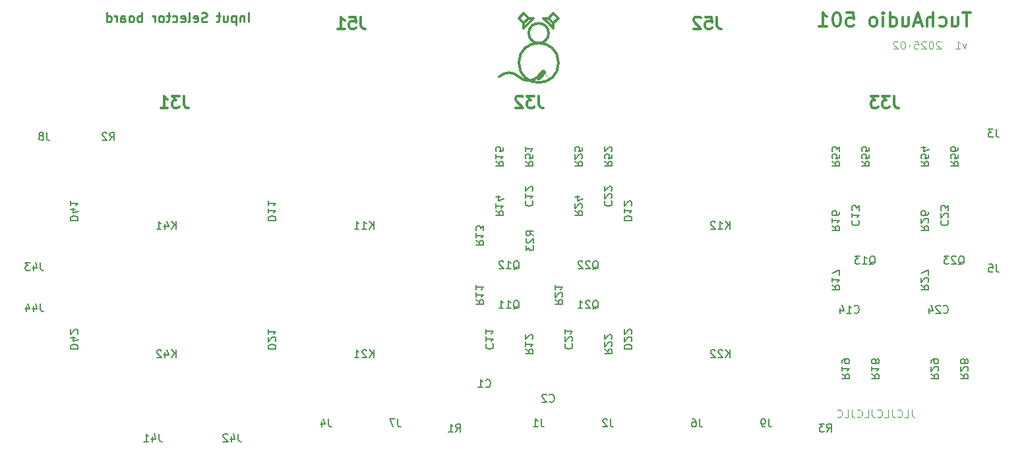
<source format=gbo>
G04 #@! TF.GenerationSoftware,KiCad,Pcbnew,8.0.9*
G04 #@! TF.CreationDate,2025-03-02T13:49:30+01:00*
G04 #@! TF.ProjectId,cjss501,636a7373-3530-4312-9e6b-696361645f70,rev?*
G04 #@! TF.SameCoordinates,Original*
G04 #@! TF.FileFunction,Legend,Bot*
G04 #@! TF.FilePolarity,Positive*
%FSLAX46Y46*%
G04 Gerber Fmt 4.6, Leading zero omitted, Abs format (unit mm)*
G04 Created by KiCad (PCBNEW 8.0.9) date 2025-03-02 13:49:30*
%MOMM*%
%LPD*%
G01*
G04 APERTURE LIST*
%ADD10C,0.300000*%
%ADD11C,0.100000*%
%ADD12C,0.700000*%
%ADD13C,0.360000*%
%ADD14C,0.240000*%
%ADD15C,0.150000*%
%ADD16C,0.304800*%
%ADD17C,1.600000*%
%ADD18O,1.600000X1.600000*%
%ADD19C,5.600000*%
%ADD20R,1.200000X1.200000*%
%ADD21C,1.200000*%
%ADD22C,3.000000*%
%ADD23C,2.500000*%
%ADD24R,1.700000X1.700000*%
%ADD25O,1.700000X1.700000*%
%ADD26R,1.600000X1.600000*%
%ADD27R,1.050000X1.500000*%
%ADD28O,1.050000X1.500000*%
%ADD29C,2.200000*%
%ADD30C,2.000000*%
%ADD31O,1.900000X3.200000*%
%ADD32C,3.200000*%
G04 APERTURE END LIST*
D10*
X99006746Y-44920356D02*
G75*
G02*
X96520051Y-44976000I-1269946J1160856D01*
G01*
X100965000Y-38100000D02*
X101600000Y-37465000D01*
X100330000Y-37465000D02*
X100965000Y-38100000D01*
X97155000Y-36830000D02*
X97790000Y-37465000D01*
X93980000Y-44976051D02*
G75*
G02*
X96520000Y-44976051I1270000J-1270001D01*
G01*
X96520000Y-37465000D02*
X97155000Y-36830000D01*
X100330000Y-38100000D02*
X100965000Y-38735000D01*
X101600000Y-43180000D02*
G75*
G02*
X96520000Y-43180000I-2540000J0D01*
G01*
X96520000Y-43180000D02*
G75*
G02*
X101600000Y-43180000I2540000J0D01*
G01*
X101600000Y-37465000D02*
X100965000Y-36830000D01*
D11*
X99695000Y-44450000D02*
X100330000Y-45085000D01*
D10*
X100965000Y-38735000D02*
X100965000Y-38100000D01*
X97790000Y-37465000D02*
X97155000Y-38100000D01*
X97155000Y-38100000D02*
X97155000Y-38735000D01*
X100330000Y-37465000D02*
X99695000Y-37465000D01*
D12*
X99060000Y-45085000D02*
X99695000Y-44450000D01*
D10*
X100965000Y-36830000D02*
X100330000Y-37465000D01*
X100330000Y-39370000D02*
G75*
G02*
X97790000Y-39370000I-1270000J0D01*
G01*
X97790000Y-39370000D02*
G75*
G02*
X100330000Y-39370000I1270000J0D01*
G01*
X97155000Y-38100000D02*
X96520000Y-37465000D01*
X99695000Y-37465000D02*
X100330000Y-38100000D01*
X98425000Y-37465000D02*
X97790000Y-37465000D01*
X97155000Y-38735000D02*
X98425000Y-37465000D01*
D11*
X153969353Y-40734752D02*
X153731258Y-41401419D01*
X153731258Y-41401419D02*
X153493163Y-40734752D01*
X152588401Y-41401419D02*
X153159829Y-41401419D01*
X152874115Y-41401419D02*
X152874115Y-40401419D01*
X152874115Y-40401419D02*
X152969353Y-40544276D01*
X152969353Y-40544276D02*
X153064591Y-40639514D01*
X153064591Y-40639514D02*
X153159829Y-40687133D01*
X150683638Y-40496657D02*
X150636019Y-40449038D01*
X150636019Y-40449038D02*
X150540781Y-40401419D01*
X150540781Y-40401419D02*
X150302686Y-40401419D01*
X150302686Y-40401419D02*
X150207448Y-40449038D01*
X150207448Y-40449038D02*
X150159829Y-40496657D01*
X150159829Y-40496657D02*
X150112210Y-40591895D01*
X150112210Y-40591895D02*
X150112210Y-40687133D01*
X150112210Y-40687133D02*
X150159829Y-40829990D01*
X150159829Y-40829990D02*
X150731257Y-41401419D01*
X150731257Y-41401419D02*
X150112210Y-41401419D01*
X149493162Y-40401419D02*
X149397924Y-40401419D01*
X149397924Y-40401419D02*
X149302686Y-40449038D01*
X149302686Y-40449038D02*
X149255067Y-40496657D01*
X149255067Y-40496657D02*
X149207448Y-40591895D01*
X149207448Y-40591895D02*
X149159829Y-40782371D01*
X149159829Y-40782371D02*
X149159829Y-41020466D01*
X149159829Y-41020466D02*
X149207448Y-41210942D01*
X149207448Y-41210942D02*
X149255067Y-41306180D01*
X149255067Y-41306180D02*
X149302686Y-41353800D01*
X149302686Y-41353800D02*
X149397924Y-41401419D01*
X149397924Y-41401419D02*
X149493162Y-41401419D01*
X149493162Y-41401419D02*
X149588400Y-41353800D01*
X149588400Y-41353800D02*
X149636019Y-41306180D01*
X149636019Y-41306180D02*
X149683638Y-41210942D01*
X149683638Y-41210942D02*
X149731257Y-41020466D01*
X149731257Y-41020466D02*
X149731257Y-40782371D01*
X149731257Y-40782371D02*
X149683638Y-40591895D01*
X149683638Y-40591895D02*
X149636019Y-40496657D01*
X149636019Y-40496657D02*
X149588400Y-40449038D01*
X149588400Y-40449038D02*
X149493162Y-40401419D01*
X148778876Y-40496657D02*
X148731257Y-40449038D01*
X148731257Y-40449038D02*
X148636019Y-40401419D01*
X148636019Y-40401419D02*
X148397924Y-40401419D01*
X148397924Y-40401419D02*
X148302686Y-40449038D01*
X148302686Y-40449038D02*
X148255067Y-40496657D01*
X148255067Y-40496657D02*
X148207448Y-40591895D01*
X148207448Y-40591895D02*
X148207448Y-40687133D01*
X148207448Y-40687133D02*
X148255067Y-40829990D01*
X148255067Y-40829990D02*
X148826495Y-41401419D01*
X148826495Y-41401419D02*
X148207448Y-41401419D01*
X147302686Y-40401419D02*
X147778876Y-40401419D01*
X147778876Y-40401419D02*
X147826495Y-40877609D01*
X147826495Y-40877609D02*
X147778876Y-40829990D01*
X147778876Y-40829990D02*
X147683638Y-40782371D01*
X147683638Y-40782371D02*
X147445543Y-40782371D01*
X147445543Y-40782371D02*
X147350305Y-40829990D01*
X147350305Y-40829990D02*
X147302686Y-40877609D01*
X147302686Y-40877609D02*
X147255067Y-40972847D01*
X147255067Y-40972847D02*
X147255067Y-41210942D01*
X147255067Y-41210942D02*
X147302686Y-41306180D01*
X147302686Y-41306180D02*
X147350305Y-41353800D01*
X147350305Y-41353800D02*
X147445543Y-41401419D01*
X147445543Y-41401419D02*
X147683638Y-41401419D01*
X147683638Y-41401419D02*
X147778876Y-41353800D01*
X147778876Y-41353800D02*
X147826495Y-41306180D01*
X146683638Y-40972847D02*
X146731257Y-41020466D01*
X146731257Y-41020466D02*
X146683638Y-41068085D01*
X146683638Y-41068085D02*
X146636019Y-41020466D01*
X146636019Y-41020466D02*
X146683638Y-40972847D01*
X146683638Y-40972847D02*
X146683638Y-41068085D01*
X145874114Y-40401419D02*
X145778876Y-40401419D01*
X145778876Y-40401419D02*
X145683638Y-40449038D01*
X145683638Y-40449038D02*
X145636019Y-40496657D01*
X145636019Y-40496657D02*
X145588400Y-40591895D01*
X145588400Y-40591895D02*
X145540781Y-40782371D01*
X145540781Y-40782371D02*
X145540781Y-41020466D01*
X145540781Y-41020466D02*
X145588400Y-41210942D01*
X145588400Y-41210942D02*
X145636019Y-41306180D01*
X145636019Y-41306180D02*
X145683638Y-41353800D01*
X145683638Y-41353800D02*
X145778876Y-41401419D01*
X145778876Y-41401419D02*
X145874114Y-41401419D01*
X145874114Y-41401419D02*
X145969352Y-41353800D01*
X145969352Y-41353800D02*
X146016971Y-41306180D01*
X146016971Y-41306180D02*
X146064590Y-41210942D01*
X146064590Y-41210942D02*
X146112209Y-41020466D01*
X146112209Y-41020466D02*
X146112209Y-40782371D01*
X146112209Y-40782371D02*
X146064590Y-40591895D01*
X146064590Y-40591895D02*
X146016971Y-40496657D01*
X146016971Y-40496657D02*
X145969352Y-40449038D01*
X145969352Y-40449038D02*
X145874114Y-40401419D01*
X145159828Y-40496657D02*
X145112209Y-40449038D01*
X145112209Y-40449038D02*
X145016971Y-40401419D01*
X145016971Y-40401419D02*
X144778876Y-40401419D01*
X144778876Y-40401419D02*
X144683638Y-40449038D01*
X144683638Y-40449038D02*
X144636019Y-40496657D01*
X144636019Y-40496657D02*
X144588400Y-40591895D01*
X144588400Y-40591895D02*
X144588400Y-40687133D01*
X144588400Y-40687133D02*
X144636019Y-40829990D01*
X144636019Y-40829990D02*
X145207447Y-41401419D01*
X145207447Y-41401419D02*
X144588400Y-41401419D01*
X146984401Y-87772419D02*
X146984401Y-88486704D01*
X146984401Y-88486704D02*
X147032020Y-88629561D01*
X147032020Y-88629561D02*
X147127258Y-88724800D01*
X147127258Y-88724800D02*
X147270115Y-88772419D01*
X147270115Y-88772419D02*
X147365353Y-88772419D01*
X146032020Y-88772419D02*
X146508210Y-88772419D01*
X146508210Y-88772419D02*
X146508210Y-87772419D01*
X145127258Y-88677180D02*
X145174877Y-88724800D01*
X145174877Y-88724800D02*
X145317734Y-88772419D01*
X145317734Y-88772419D02*
X145412972Y-88772419D01*
X145412972Y-88772419D02*
X145555829Y-88724800D01*
X145555829Y-88724800D02*
X145651067Y-88629561D01*
X145651067Y-88629561D02*
X145698686Y-88534323D01*
X145698686Y-88534323D02*
X145746305Y-88343847D01*
X145746305Y-88343847D02*
X145746305Y-88200990D01*
X145746305Y-88200990D02*
X145698686Y-88010514D01*
X145698686Y-88010514D02*
X145651067Y-87915276D01*
X145651067Y-87915276D02*
X145555829Y-87820038D01*
X145555829Y-87820038D02*
X145412972Y-87772419D01*
X145412972Y-87772419D02*
X145317734Y-87772419D01*
X145317734Y-87772419D02*
X145174877Y-87820038D01*
X145174877Y-87820038D02*
X145127258Y-87867657D01*
X144412972Y-87772419D02*
X144412972Y-88486704D01*
X144412972Y-88486704D02*
X144460591Y-88629561D01*
X144460591Y-88629561D02*
X144555829Y-88724800D01*
X144555829Y-88724800D02*
X144698686Y-88772419D01*
X144698686Y-88772419D02*
X144793924Y-88772419D01*
X143460591Y-88772419D02*
X143936781Y-88772419D01*
X143936781Y-88772419D02*
X143936781Y-87772419D01*
X142555829Y-88677180D02*
X142603448Y-88724800D01*
X142603448Y-88724800D02*
X142746305Y-88772419D01*
X142746305Y-88772419D02*
X142841543Y-88772419D01*
X142841543Y-88772419D02*
X142984400Y-88724800D01*
X142984400Y-88724800D02*
X143079638Y-88629561D01*
X143079638Y-88629561D02*
X143127257Y-88534323D01*
X143127257Y-88534323D02*
X143174876Y-88343847D01*
X143174876Y-88343847D02*
X143174876Y-88200990D01*
X143174876Y-88200990D02*
X143127257Y-88010514D01*
X143127257Y-88010514D02*
X143079638Y-87915276D01*
X143079638Y-87915276D02*
X142984400Y-87820038D01*
X142984400Y-87820038D02*
X142841543Y-87772419D01*
X142841543Y-87772419D02*
X142746305Y-87772419D01*
X142746305Y-87772419D02*
X142603448Y-87820038D01*
X142603448Y-87820038D02*
X142555829Y-87867657D01*
X141841543Y-87772419D02*
X141841543Y-88486704D01*
X141841543Y-88486704D02*
X141889162Y-88629561D01*
X141889162Y-88629561D02*
X141984400Y-88724800D01*
X141984400Y-88724800D02*
X142127257Y-88772419D01*
X142127257Y-88772419D02*
X142222495Y-88772419D01*
X140889162Y-88772419D02*
X141365352Y-88772419D01*
X141365352Y-88772419D02*
X141365352Y-87772419D01*
X139984400Y-88677180D02*
X140032019Y-88724800D01*
X140032019Y-88724800D02*
X140174876Y-88772419D01*
X140174876Y-88772419D02*
X140270114Y-88772419D01*
X140270114Y-88772419D02*
X140412971Y-88724800D01*
X140412971Y-88724800D02*
X140508209Y-88629561D01*
X140508209Y-88629561D02*
X140555828Y-88534323D01*
X140555828Y-88534323D02*
X140603447Y-88343847D01*
X140603447Y-88343847D02*
X140603447Y-88200990D01*
X140603447Y-88200990D02*
X140555828Y-88010514D01*
X140555828Y-88010514D02*
X140508209Y-87915276D01*
X140508209Y-87915276D02*
X140412971Y-87820038D01*
X140412971Y-87820038D02*
X140270114Y-87772419D01*
X140270114Y-87772419D02*
X140174876Y-87772419D01*
X140174876Y-87772419D02*
X140032019Y-87820038D01*
X140032019Y-87820038D02*
X139984400Y-87867657D01*
X139270114Y-87772419D02*
X139270114Y-88486704D01*
X139270114Y-88486704D02*
X139317733Y-88629561D01*
X139317733Y-88629561D02*
X139412971Y-88724800D01*
X139412971Y-88724800D02*
X139555828Y-88772419D01*
X139555828Y-88772419D02*
X139651066Y-88772419D01*
X138317733Y-88772419D02*
X138793923Y-88772419D01*
X138793923Y-88772419D02*
X138793923Y-87772419D01*
X137412971Y-88677180D02*
X137460590Y-88724800D01*
X137460590Y-88724800D02*
X137603447Y-88772419D01*
X137603447Y-88772419D02*
X137698685Y-88772419D01*
X137698685Y-88772419D02*
X137841542Y-88724800D01*
X137841542Y-88724800D02*
X137936780Y-88629561D01*
X137936780Y-88629561D02*
X137984399Y-88534323D01*
X137984399Y-88534323D02*
X138032018Y-88343847D01*
X138032018Y-88343847D02*
X138032018Y-88200990D01*
X138032018Y-88200990D02*
X137984399Y-88010514D01*
X137984399Y-88010514D02*
X137936780Y-87915276D01*
X137936780Y-87915276D02*
X137841542Y-87820038D01*
X137841542Y-87820038D02*
X137698685Y-87772419D01*
X137698685Y-87772419D02*
X137603447Y-87772419D01*
X137603447Y-87772419D02*
X137460590Y-87820038D01*
X137460590Y-87820038D02*
X137412971Y-87867657D01*
D13*
X154531729Y-36695994D02*
X153503158Y-36695994D01*
X154017443Y-38495994D02*
X154017443Y-36695994D01*
X152131729Y-37295994D02*
X152131729Y-38495994D01*
X152903157Y-37295994D02*
X152903157Y-38238851D01*
X152903157Y-38238851D02*
X152817443Y-38410280D01*
X152817443Y-38410280D02*
X152646014Y-38495994D01*
X152646014Y-38495994D02*
X152388871Y-38495994D01*
X152388871Y-38495994D02*
X152217443Y-38410280D01*
X152217443Y-38410280D02*
X152131729Y-38324565D01*
X150503158Y-38410280D02*
X150674586Y-38495994D01*
X150674586Y-38495994D02*
X151017443Y-38495994D01*
X151017443Y-38495994D02*
X151188872Y-38410280D01*
X151188872Y-38410280D02*
X151274586Y-38324565D01*
X151274586Y-38324565D02*
X151360300Y-38153137D01*
X151360300Y-38153137D02*
X151360300Y-37638851D01*
X151360300Y-37638851D02*
X151274586Y-37467422D01*
X151274586Y-37467422D02*
X151188872Y-37381708D01*
X151188872Y-37381708D02*
X151017443Y-37295994D01*
X151017443Y-37295994D02*
X150674586Y-37295994D01*
X150674586Y-37295994D02*
X150503158Y-37381708D01*
X149731729Y-38495994D02*
X149731729Y-36695994D01*
X148960301Y-38495994D02*
X148960301Y-37553137D01*
X148960301Y-37553137D02*
X149046015Y-37381708D01*
X149046015Y-37381708D02*
X149217443Y-37295994D01*
X149217443Y-37295994D02*
X149474586Y-37295994D01*
X149474586Y-37295994D02*
X149646015Y-37381708D01*
X149646015Y-37381708D02*
X149731729Y-37467422D01*
X148188872Y-37981708D02*
X147331730Y-37981708D01*
X148360301Y-38495994D02*
X147760301Y-36695994D01*
X147760301Y-36695994D02*
X147160301Y-38495994D01*
X145788873Y-37295994D02*
X145788873Y-38495994D01*
X146560301Y-37295994D02*
X146560301Y-38238851D01*
X146560301Y-38238851D02*
X146474587Y-38410280D01*
X146474587Y-38410280D02*
X146303158Y-38495994D01*
X146303158Y-38495994D02*
X146046015Y-38495994D01*
X146046015Y-38495994D02*
X145874587Y-38410280D01*
X145874587Y-38410280D02*
X145788873Y-38324565D01*
X144160302Y-38495994D02*
X144160302Y-36695994D01*
X144160302Y-38410280D02*
X144331730Y-38495994D01*
X144331730Y-38495994D02*
X144674587Y-38495994D01*
X144674587Y-38495994D02*
X144846016Y-38410280D01*
X144846016Y-38410280D02*
X144931730Y-38324565D01*
X144931730Y-38324565D02*
X145017444Y-38153137D01*
X145017444Y-38153137D02*
X145017444Y-37638851D01*
X145017444Y-37638851D02*
X144931730Y-37467422D01*
X144931730Y-37467422D02*
X144846016Y-37381708D01*
X144846016Y-37381708D02*
X144674587Y-37295994D01*
X144674587Y-37295994D02*
X144331730Y-37295994D01*
X144331730Y-37295994D02*
X144160302Y-37381708D01*
X143303159Y-38495994D02*
X143303159Y-37295994D01*
X143303159Y-36695994D02*
X143388873Y-36781708D01*
X143388873Y-36781708D02*
X143303159Y-36867422D01*
X143303159Y-36867422D02*
X143217445Y-36781708D01*
X143217445Y-36781708D02*
X143303159Y-36695994D01*
X143303159Y-36695994D02*
X143303159Y-36867422D01*
X142188873Y-38495994D02*
X142360302Y-38410280D01*
X142360302Y-38410280D02*
X142446016Y-38324565D01*
X142446016Y-38324565D02*
X142531730Y-38153137D01*
X142531730Y-38153137D02*
X142531730Y-37638851D01*
X142531730Y-37638851D02*
X142446016Y-37467422D01*
X142446016Y-37467422D02*
X142360302Y-37381708D01*
X142360302Y-37381708D02*
X142188873Y-37295994D01*
X142188873Y-37295994D02*
X141931730Y-37295994D01*
X141931730Y-37295994D02*
X141760302Y-37381708D01*
X141760302Y-37381708D02*
X141674588Y-37467422D01*
X141674588Y-37467422D02*
X141588873Y-37638851D01*
X141588873Y-37638851D02*
X141588873Y-38153137D01*
X141588873Y-38153137D02*
X141674588Y-38324565D01*
X141674588Y-38324565D02*
X141760302Y-38410280D01*
X141760302Y-38410280D02*
X141931730Y-38495994D01*
X141931730Y-38495994D02*
X142188873Y-38495994D01*
X138588873Y-36695994D02*
X139446016Y-36695994D01*
X139446016Y-36695994D02*
X139531730Y-37553137D01*
X139531730Y-37553137D02*
X139446016Y-37467422D01*
X139446016Y-37467422D02*
X139274588Y-37381708D01*
X139274588Y-37381708D02*
X138846016Y-37381708D01*
X138846016Y-37381708D02*
X138674588Y-37467422D01*
X138674588Y-37467422D02*
X138588873Y-37553137D01*
X138588873Y-37553137D02*
X138503159Y-37724565D01*
X138503159Y-37724565D02*
X138503159Y-38153137D01*
X138503159Y-38153137D02*
X138588873Y-38324565D01*
X138588873Y-38324565D02*
X138674588Y-38410280D01*
X138674588Y-38410280D02*
X138846016Y-38495994D01*
X138846016Y-38495994D02*
X139274588Y-38495994D01*
X139274588Y-38495994D02*
X139446016Y-38410280D01*
X139446016Y-38410280D02*
X139531730Y-38324565D01*
X137388873Y-36695994D02*
X137217444Y-36695994D01*
X137217444Y-36695994D02*
X137046016Y-36781708D01*
X137046016Y-36781708D02*
X136960302Y-36867422D01*
X136960302Y-36867422D02*
X136874587Y-37038851D01*
X136874587Y-37038851D02*
X136788873Y-37381708D01*
X136788873Y-37381708D02*
X136788873Y-37810280D01*
X136788873Y-37810280D02*
X136874587Y-38153137D01*
X136874587Y-38153137D02*
X136960302Y-38324565D01*
X136960302Y-38324565D02*
X137046016Y-38410280D01*
X137046016Y-38410280D02*
X137217444Y-38495994D01*
X137217444Y-38495994D02*
X137388873Y-38495994D01*
X137388873Y-38495994D02*
X137560302Y-38410280D01*
X137560302Y-38410280D02*
X137646016Y-38324565D01*
X137646016Y-38324565D02*
X137731730Y-38153137D01*
X137731730Y-38153137D02*
X137817444Y-37810280D01*
X137817444Y-37810280D02*
X137817444Y-37381708D01*
X137817444Y-37381708D02*
X137731730Y-37038851D01*
X137731730Y-37038851D02*
X137646016Y-36867422D01*
X137646016Y-36867422D02*
X137560302Y-36781708D01*
X137560302Y-36781708D02*
X137388873Y-36695994D01*
X135074587Y-38495994D02*
X136103158Y-38495994D01*
X135588873Y-38495994D02*
X135588873Y-36695994D01*
X135588873Y-36695994D02*
X135760301Y-36953137D01*
X135760301Y-36953137D02*
X135931730Y-37124565D01*
X135931730Y-37124565D02*
X136103158Y-37210280D01*
D14*
X61819283Y-37940662D02*
X61819283Y-36740662D01*
X61247854Y-37140662D02*
X61247854Y-37940662D01*
X61247854Y-37254948D02*
X61190711Y-37197805D01*
X61190711Y-37197805D02*
X61076426Y-37140662D01*
X61076426Y-37140662D02*
X60904997Y-37140662D01*
X60904997Y-37140662D02*
X60790711Y-37197805D01*
X60790711Y-37197805D02*
X60733569Y-37312091D01*
X60733569Y-37312091D02*
X60733569Y-37940662D01*
X60162140Y-37140662D02*
X60162140Y-38340662D01*
X60162140Y-37197805D02*
X60047855Y-37140662D01*
X60047855Y-37140662D02*
X59819283Y-37140662D01*
X59819283Y-37140662D02*
X59704997Y-37197805D01*
X59704997Y-37197805D02*
X59647855Y-37254948D01*
X59647855Y-37254948D02*
X59590712Y-37369234D01*
X59590712Y-37369234D02*
X59590712Y-37712091D01*
X59590712Y-37712091D02*
X59647855Y-37826377D01*
X59647855Y-37826377D02*
X59704997Y-37883520D01*
X59704997Y-37883520D02*
X59819283Y-37940662D01*
X59819283Y-37940662D02*
X60047855Y-37940662D01*
X60047855Y-37940662D02*
X60162140Y-37883520D01*
X58562141Y-37140662D02*
X58562141Y-37940662D01*
X59076426Y-37140662D02*
X59076426Y-37769234D01*
X59076426Y-37769234D02*
X59019283Y-37883520D01*
X59019283Y-37883520D02*
X58904998Y-37940662D01*
X58904998Y-37940662D02*
X58733569Y-37940662D01*
X58733569Y-37940662D02*
X58619283Y-37883520D01*
X58619283Y-37883520D02*
X58562141Y-37826377D01*
X58162141Y-37140662D02*
X57704998Y-37140662D01*
X57990712Y-36740662D02*
X57990712Y-37769234D01*
X57990712Y-37769234D02*
X57933569Y-37883520D01*
X57933569Y-37883520D02*
X57819284Y-37940662D01*
X57819284Y-37940662D02*
X57704998Y-37940662D01*
X56447855Y-37883520D02*
X56276427Y-37940662D01*
X56276427Y-37940662D02*
X55990712Y-37940662D01*
X55990712Y-37940662D02*
X55876427Y-37883520D01*
X55876427Y-37883520D02*
X55819284Y-37826377D01*
X55819284Y-37826377D02*
X55762141Y-37712091D01*
X55762141Y-37712091D02*
X55762141Y-37597805D01*
X55762141Y-37597805D02*
X55819284Y-37483520D01*
X55819284Y-37483520D02*
X55876427Y-37426377D01*
X55876427Y-37426377D02*
X55990712Y-37369234D01*
X55990712Y-37369234D02*
X56219284Y-37312091D01*
X56219284Y-37312091D02*
X56333569Y-37254948D01*
X56333569Y-37254948D02*
X56390712Y-37197805D01*
X56390712Y-37197805D02*
X56447855Y-37083520D01*
X56447855Y-37083520D02*
X56447855Y-36969234D01*
X56447855Y-36969234D02*
X56390712Y-36854948D01*
X56390712Y-36854948D02*
X56333569Y-36797805D01*
X56333569Y-36797805D02*
X56219284Y-36740662D01*
X56219284Y-36740662D02*
X55933569Y-36740662D01*
X55933569Y-36740662D02*
X55762141Y-36797805D01*
X54790712Y-37883520D02*
X54904998Y-37940662D01*
X54904998Y-37940662D02*
X55133570Y-37940662D01*
X55133570Y-37940662D02*
X55247855Y-37883520D01*
X55247855Y-37883520D02*
X55304998Y-37769234D01*
X55304998Y-37769234D02*
X55304998Y-37312091D01*
X55304998Y-37312091D02*
X55247855Y-37197805D01*
X55247855Y-37197805D02*
X55133570Y-37140662D01*
X55133570Y-37140662D02*
X54904998Y-37140662D01*
X54904998Y-37140662D02*
X54790712Y-37197805D01*
X54790712Y-37197805D02*
X54733570Y-37312091D01*
X54733570Y-37312091D02*
X54733570Y-37426377D01*
X54733570Y-37426377D02*
X55304998Y-37540662D01*
X54047856Y-37940662D02*
X54162141Y-37883520D01*
X54162141Y-37883520D02*
X54219284Y-37769234D01*
X54219284Y-37769234D02*
X54219284Y-36740662D01*
X53133570Y-37883520D02*
X53247856Y-37940662D01*
X53247856Y-37940662D02*
X53476428Y-37940662D01*
X53476428Y-37940662D02*
X53590713Y-37883520D01*
X53590713Y-37883520D02*
X53647856Y-37769234D01*
X53647856Y-37769234D02*
X53647856Y-37312091D01*
X53647856Y-37312091D02*
X53590713Y-37197805D01*
X53590713Y-37197805D02*
X53476428Y-37140662D01*
X53476428Y-37140662D02*
X53247856Y-37140662D01*
X53247856Y-37140662D02*
X53133570Y-37197805D01*
X53133570Y-37197805D02*
X53076428Y-37312091D01*
X53076428Y-37312091D02*
X53076428Y-37426377D01*
X53076428Y-37426377D02*
X53647856Y-37540662D01*
X52047857Y-37883520D02*
X52162142Y-37940662D01*
X52162142Y-37940662D02*
X52390714Y-37940662D01*
X52390714Y-37940662D02*
X52504999Y-37883520D01*
X52504999Y-37883520D02*
X52562142Y-37826377D01*
X52562142Y-37826377D02*
X52619285Y-37712091D01*
X52619285Y-37712091D02*
X52619285Y-37369234D01*
X52619285Y-37369234D02*
X52562142Y-37254948D01*
X52562142Y-37254948D02*
X52504999Y-37197805D01*
X52504999Y-37197805D02*
X52390714Y-37140662D01*
X52390714Y-37140662D02*
X52162142Y-37140662D01*
X52162142Y-37140662D02*
X52047857Y-37197805D01*
X51705000Y-37140662D02*
X51247857Y-37140662D01*
X51533571Y-36740662D02*
X51533571Y-37769234D01*
X51533571Y-37769234D02*
X51476428Y-37883520D01*
X51476428Y-37883520D02*
X51362143Y-37940662D01*
X51362143Y-37940662D02*
X51247857Y-37940662D01*
X50676429Y-37940662D02*
X50790714Y-37883520D01*
X50790714Y-37883520D02*
X50847857Y-37826377D01*
X50847857Y-37826377D02*
X50905000Y-37712091D01*
X50905000Y-37712091D02*
X50905000Y-37369234D01*
X50905000Y-37369234D02*
X50847857Y-37254948D01*
X50847857Y-37254948D02*
X50790714Y-37197805D01*
X50790714Y-37197805D02*
X50676429Y-37140662D01*
X50676429Y-37140662D02*
X50505000Y-37140662D01*
X50505000Y-37140662D02*
X50390714Y-37197805D01*
X50390714Y-37197805D02*
X50333572Y-37254948D01*
X50333572Y-37254948D02*
X50276429Y-37369234D01*
X50276429Y-37369234D02*
X50276429Y-37712091D01*
X50276429Y-37712091D02*
X50333572Y-37826377D01*
X50333572Y-37826377D02*
X50390714Y-37883520D01*
X50390714Y-37883520D02*
X50505000Y-37940662D01*
X50505000Y-37940662D02*
X50676429Y-37940662D01*
X49762143Y-37940662D02*
X49762143Y-37140662D01*
X49762143Y-37369234D02*
X49705000Y-37254948D01*
X49705000Y-37254948D02*
X49647858Y-37197805D01*
X49647858Y-37197805D02*
X49533572Y-37140662D01*
X49533572Y-37140662D02*
X49419286Y-37140662D01*
X48105000Y-37940662D02*
X48105000Y-36740662D01*
X48105000Y-37197805D02*
X47990715Y-37140662D01*
X47990715Y-37140662D02*
X47762143Y-37140662D01*
X47762143Y-37140662D02*
X47647857Y-37197805D01*
X47647857Y-37197805D02*
X47590715Y-37254948D01*
X47590715Y-37254948D02*
X47533572Y-37369234D01*
X47533572Y-37369234D02*
X47533572Y-37712091D01*
X47533572Y-37712091D02*
X47590715Y-37826377D01*
X47590715Y-37826377D02*
X47647857Y-37883520D01*
X47647857Y-37883520D02*
X47762143Y-37940662D01*
X47762143Y-37940662D02*
X47990715Y-37940662D01*
X47990715Y-37940662D02*
X48105000Y-37883520D01*
X46847858Y-37940662D02*
X46962143Y-37883520D01*
X46962143Y-37883520D02*
X47019286Y-37826377D01*
X47019286Y-37826377D02*
X47076429Y-37712091D01*
X47076429Y-37712091D02*
X47076429Y-37369234D01*
X47076429Y-37369234D02*
X47019286Y-37254948D01*
X47019286Y-37254948D02*
X46962143Y-37197805D01*
X46962143Y-37197805D02*
X46847858Y-37140662D01*
X46847858Y-37140662D02*
X46676429Y-37140662D01*
X46676429Y-37140662D02*
X46562143Y-37197805D01*
X46562143Y-37197805D02*
X46505001Y-37254948D01*
X46505001Y-37254948D02*
X46447858Y-37369234D01*
X46447858Y-37369234D02*
X46447858Y-37712091D01*
X46447858Y-37712091D02*
X46505001Y-37826377D01*
X46505001Y-37826377D02*
X46562143Y-37883520D01*
X46562143Y-37883520D02*
X46676429Y-37940662D01*
X46676429Y-37940662D02*
X46847858Y-37940662D01*
X45419287Y-37940662D02*
X45419287Y-37312091D01*
X45419287Y-37312091D02*
X45476429Y-37197805D01*
X45476429Y-37197805D02*
X45590715Y-37140662D01*
X45590715Y-37140662D02*
X45819287Y-37140662D01*
X45819287Y-37140662D02*
X45933572Y-37197805D01*
X45419287Y-37883520D02*
X45533572Y-37940662D01*
X45533572Y-37940662D02*
X45819287Y-37940662D01*
X45819287Y-37940662D02*
X45933572Y-37883520D01*
X45933572Y-37883520D02*
X45990715Y-37769234D01*
X45990715Y-37769234D02*
X45990715Y-37654948D01*
X45990715Y-37654948D02*
X45933572Y-37540662D01*
X45933572Y-37540662D02*
X45819287Y-37483520D01*
X45819287Y-37483520D02*
X45533572Y-37483520D01*
X45533572Y-37483520D02*
X45419287Y-37426377D01*
X44847858Y-37940662D02*
X44847858Y-37140662D01*
X44847858Y-37369234D02*
X44790715Y-37254948D01*
X44790715Y-37254948D02*
X44733573Y-37197805D01*
X44733573Y-37197805D02*
X44619287Y-37140662D01*
X44619287Y-37140662D02*
X44505001Y-37140662D01*
X43590716Y-37940662D02*
X43590716Y-36740662D01*
X43590716Y-37883520D02*
X43705001Y-37940662D01*
X43705001Y-37940662D02*
X43933573Y-37940662D01*
X43933573Y-37940662D02*
X44047858Y-37883520D01*
X44047858Y-37883520D02*
X44105001Y-37826377D01*
X44105001Y-37826377D02*
X44162144Y-37712091D01*
X44162144Y-37712091D02*
X44162144Y-37369234D01*
X44162144Y-37369234D02*
X44105001Y-37254948D01*
X44105001Y-37254948D02*
X44047858Y-37197805D01*
X44047858Y-37197805D02*
X43933573Y-37140662D01*
X43933573Y-37140662D02*
X43705001Y-37140662D01*
X43705001Y-37140662D02*
X43590716Y-37197805D01*
D15*
X93525180Y-55887857D02*
X94001371Y-56221190D01*
X93525180Y-56459285D02*
X94525180Y-56459285D01*
X94525180Y-56459285D02*
X94525180Y-56078333D01*
X94525180Y-56078333D02*
X94477561Y-55983095D01*
X94477561Y-55983095D02*
X94429942Y-55935476D01*
X94429942Y-55935476D02*
X94334704Y-55887857D01*
X94334704Y-55887857D02*
X94191847Y-55887857D01*
X94191847Y-55887857D02*
X94096609Y-55935476D01*
X94096609Y-55935476D02*
X94048990Y-55983095D01*
X94048990Y-55983095D02*
X94001371Y-56078333D01*
X94001371Y-56078333D02*
X94001371Y-56459285D01*
X93525180Y-54935476D02*
X93525180Y-55506904D01*
X93525180Y-55221190D02*
X94525180Y-55221190D01*
X94525180Y-55221190D02*
X94382323Y-55316428D01*
X94382323Y-55316428D02*
X94287085Y-55411666D01*
X94287085Y-55411666D02*
X94239466Y-55506904D01*
X94525180Y-54030714D02*
X94525180Y-54506904D01*
X94525180Y-54506904D02*
X94048990Y-54554523D01*
X94048990Y-54554523D02*
X94096609Y-54506904D01*
X94096609Y-54506904D02*
X94144228Y-54411666D01*
X94144228Y-54411666D02*
X94144228Y-54173571D01*
X94144228Y-54173571D02*
X94096609Y-54078333D01*
X94096609Y-54078333D02*
X94048990Y-54030714D01*
X94048990Y-54030714D02*
X93953752Y-53983095D01*
X93953752Y-53983095D02*
X93715657Y-53983095D01*
X93715657Y-53983095D02*
X93620419Y-54030714D01*
X93620419Y-54030714D02*
X93572800Y-54078333D01*
X93572800Y-54078333D02*
X93525180Y-54173571D01*
X93525180Y-54173571D02*
X93525180Y-54411666D01*
X93525180Y-54411666D02*
X93572800Y-54506904D01*
X93572800Y-54506904D02*
X93620419Y-54554523D01*
X139592857Y-75289580D02*
X139640476Y-75337200D01*
X139640476Y-75337200D02*
X139783333Y-75384819D01*
X139783333Y-75384819D02*
X139878571Y-75384819D01*
X139878571Y-75384819D02*
X140021428Y-75337200D01*
X140021428Y-75337200D02*
X140116666Y-75241961D01*
X140116666Y-75241961D02*
X140164285Y-75146723D01*
X140164285Y-75146723D02*
X140211904Y-74956247D01*
X140211904Y-74956247D02*
X140211904Y-74813390D01*
X140211904Y-74813390D02*
X140164285Y-74622914D01*
X140164285Y-74622914D02*
X140116666Y-74527676D01*
X140116666Y-74527676D02*
X140021428Y-74432438D01*
X140021428Y-74432438D02*
X139878571Y-74384819D01*
X139878571Y-74384819D02*
X139783333Y-74384819D01*
X139783333Y-74384819D02*
X139640476Y-74432438D01*
X139640476Y-74432438D02*
X139592857Y-74480057D01*
X138640476Y-75384819D02*
X139211904Y-75384819D01*
X138926190Y-75384819D02*
X138926190Y-74384819D01*
X138926190Y-74384819D02*
X139021428Y-74527676D01*
X139021428Y-74527676D02*
X139116666Y-74622914D01*
X139116666Y-74622914D02*
X139211904Y-74670533D01*
X137783333Y-74718152D02*
X137783333Y-75384819D01*
X138021428Y-74337200D02*
X138259523Y-75051485D01*
X138259523Y-75051485D02*
X137640476Y-75051485D01*
X77894285Y-64589819D02*
X77894285Y-63589819D01*
X77322857Y-64589819D02*
X77751428Y-64018390D01*
X77322857Y-63589819D02*
X77894285Y-64161247D01*
X76370476Y-64589819D02*
X76941904Y-64589819D01*
X76656190Y-64589819D02*
X76656190Y-63589819D01*
X76656190Y-63589819D02*
X76751428Y-63732676D01*
X76751428Y-63732676D02*
X76846666Y-63827914D01*
X76846666Y-63827914D02*
X76941904Y-63875533D01*
X75418095Y-64589819D02*
X75989523Y-64589819D01*
X75703809Y-64589819D02*
X75703809Y-63589819D01*
X75703809Y-63589819D02*
X75799047Y-63732676D01*
X75799047Y-63732676D02*
X75894285Y-63827914D01*
X75894285Y-63827914D02*
X75989523Y-63875533D01*
X128603333Y-88989819D02*
X128603333Y-89704104D01*
X128603333Y-89704104D02*
X128650952Y-89846961D01*
X128650952Y-89846961D02*
X128746190Y-89942200D01*
X128746190Y-89942200D02*
X128889047Y-89989819D01*
X128889047Y-89989819D02*
X128984285Y-89989819D01*
X128079523Y-89989819D02*
X127889047Y-89989819D01*
X127889047Y-89989819D02*
X127793809Y-89942200D01*
X127793809Y-89942200D02*
X127746190Y-89894580D01*
X127746190Y-89894580D02*
X127650952Y-89751723D01*
X127650952Y-89751723D02*
X127603333Y-89561247D01*
X127603333Y-89561247D02*
X127603333Y-89180295D01*
X127603333Y-89180295D02*
X127650952Y-89085057D01*
X127650952Y-89085057D02*
X127698571Y-89037438D01*
X127698571Y-89037438D02*
X127793809Y-88989819D01*
X127793809Y-88989819D02*
X127984285Y-88989819D01*
X127984285Y-88989819D02*
X128079523Y-89037438D01*
X128079523Y-89037438D02*
X128127142Y-89085057D01*
X128127142Y-89085057D02*
X128174761Y-89180295D01*
X128174761Y-89180295D02*
X128174761Y-89418390D01*
X128174761Y-89418390D02*
X128127142Y-89513628D01*
X128127142Y-89513628D02*
X128079523Y-89561247D01*
X128079523Y-89561247D02*
X127984285Y-89608866D01*
X127984285Y-89608866D02*
X127793809Y-89608866D01*
X127793809Y-89608866D02*
X127698571Y-89561247D01*
X127698571Y-89561247D02*
X127650952Y-89513628D01*
X127650952Y-89513628D02*
X127603333Y-89418390D01*
X107495180Y-55887857D02*
X107971371Y-56221190D01*
X107495180Y-56459285D02*
X108495180Y-56459285D01*
X108495180Y-56459285D02*
X108495180Y-56078333D01*
X108495180Y-56078333D02*
X108447561Y-55983095D01*
X108447561Y-55983095D02*
X108399942Y-55935476D01*
X108399942Y-55935476D02*
X108304704Y-55887857D01*
X108304704Y-55887857D02*
X108161847Y-55887857D01*
X108161847Y-55887857D02*
X108066609Y-55935476D01*
X108066609Y-55935476D02*
X108018990Y-55983095D01*
X108018990Y-55983095D02*
X107971371Y-56078333D01*
X107971371Y-56078333D02*
X107971371Y-56459285D01*
X108495180Y-54983095D02*
X108495180Y-55459285D01*
X108495180Y-55459285D02*
X108018990Y-55506904D01*
X108018990Y-55506904D02*
X108066609Y-55459285D01*
X108066609Y-55459285D02*
X108114228Y-55364047D01*
X108114228Y-55364047D02*
X108114228Y-55125952D01*
X108114228Y-55125952D02*
X108066609Y-55030714D01*
X108066609Y-55030714D02*
X108018990Y-54983095D01*
X108018990Y-54983095D02*
X107923752Y-54935476D01*
X107923752Y-54935476D02*
X107685657Y-54935476D01*
X107685657Y-54935476D02*
X107590419Y-54983095D01*
X107590419Y-54983095D02*
X107542800Y-55030714D01*
X107542800Y-55030714D02*
X107495180Y-55125952D01*
X107495180Y-55125952D02*
X107495180Y-55364047D01*
X107495180Y-55364047D02*
X107542800Y-55459285D01*
X107542800Y-55459285D02*
X107590419Y-55506904D01*
X108399942Y-54554523D02*
X108447561Y-54506904D01*
X108447561Y-54506904D02*
X108495180Y-54411666D01*
X108495180Y-54411666D02*
X108495180Y-54173571D01*
X108495180Y-54173571D02*
X108447561Y-54078333D01*
X108447561Y-54078333D02*
X108399942Y-54030714D01*
X108399942Y-54030714D02*
X108304704Y-53983095D01*
X108304704Y-53983095D02*
X108209466Y-53983095D01*
X108209466Y-53983095D02*
X108066609Y-54030714D01*
X108066609Y-54030714D02*
X107495180Y-54602142D01*
X107495180Y-54602142D02*
X107495180Y-53983095D01*
X137975180Y-83192857D02*
X138451371Y-83526190D01*
X137975180Y-83764285D02*
X138975180Y-83764285D01*
X138975180Y-83764285D02*
X138975180Y-83383333D01*
X138975180Y-83383333D02*
X138927561Y-83288095D01*
X138927561Y-83288095D02*
X138879942Y-83240476D01*
X138879942Y-83240476D02*
X138784704Y-83192857D01*
X138784704Y-83192857D02*
X138641847Y-83192857D01*
X138641847Y-83192857D02*
X138546609Y-83240476D01*
X138546609Y-83240476D02*
X138498990Y-83288095D01*
X138498990Y-83288095D02*
X138451371Y-83383333D01*
X138451371Y-83383333D02*
X138451371Y-83764285D01*
X137975180Y-82240476D02*
X137975180Y-82811904D01*
X137975180Y-82526190D02*
X138975180Y-82526190D01*
X138975180Y-82526190D02*
X138832323Y-82621428D01*
X138832323Y-82621428D02*
X138737085Y-82716666D01*
X138737085Y-82716666D02*
X138689466Y-82811904D01*
X137975180Y-81764285D02*
X137975180Y-81573809D01*
X137975180Y-81573809D02*
X138022800Y-81478571D01*
X138022800Y-81478571D02*
X138070419Y-81430952D01*
X138070419Y-81430952D02*
X138213276Y-81335714D01*
X138213276Y-81335714D02*
X138403752Y-81288095D01*
X138403752Y-81288095D02*
X138784704Y-81288095D01*
X138784704Y-81288095D02*
X138879942Y-81335714D01*
X138879942Y-81335714D02*
X138927561Y-81383333D01*
X138927561Y-81383333D02*
X138975180Y-81478571D01*
X138975180Y-81478571D02*
X138975180Y-81669047D01*
X138975180Y-81669047D02*
X138927561Y-81764285D01*
X138927561Y-81764285D02*
X138879942Y-81811904D01*
X138879942Y-81811904D02*
X138784704Y-81859523D01*
X138784704Y-81859523D02*
X138546609Y-81859523D01*
X138546609Y-81859523D02*
X138451371Y-81811904D01*
X138451371Y-81811904D02*
X138403752Y-81764285D01*
X138403752Y-81764285D02*
X138356133Y-81669047D01*
X138356133Y-81669047D02*
X138356133Y-81478571D01*
X138356133Y-81478571D02*
X138403752Y-81383333D01*
X138403752Y-81383333D02*
X138451371Y-81335714D01*
X138451371Y-81335714D02*
X138546609Y-81288095D01*
X110035180Y-63444285D02*
X111035180Y-63444285D01*
X111035180Y-63444285D02*
X111035180Y-63206190D01*
X111035180Y-63206190D02*
X110987561Y-63063333D01*
X110987561Y-63063333D02*
X110892323Y-62968095D01*
X110892323Y-62968095D02*
X110797085Y-62920476D01*
X110797085Y-62920476D02*
X110606609Y-62872857D01*
X110606609Y-62872857D02*
X110463752Y-62872857D01*
X110463752Y-62872857D02*
X110273276Y-62920476D01*
X110273276Y-62920476D02*
X110178038Y-62968095D01*
X110178038Y-62968095D02*
X110082800Y-63063333D01*
X110082800Y-63063333D02*
X110035180Y-63206190D01*
X110035180Y-63206190D02*
X110035180Y-63444285D01*
X110035180Y-61920476D02*
X110035180Y-62491904D01*
X110035180Y-62206190D02*
X111035180Y-62206190D01*
X111035180Y-62206190D02*
X110892323Y-62301428D01*
X110892323Y-62301428D02*
X110797085Y-62396666D01*
X110797085Y-62396666D02*
X110749466Y-62491904D01*
X110939942Y-61539523D02*
X110987561Y-61491904D01*
X110987561Y-61491904D02*
X111035180Y-61396666D01*
X111035180Y-61396666D02*
X111035180Y-61158571D01*
X111035180Y-61158571D02*
X110987561Y-61063333D01*
X110987561Y-61063333D02*
X110939942Y-61015714D01*
X110939942Y-61015714D02*
X110844704Y-60968095D01*
X110844704Y-60968095D02*
X110749466Y-60968095D01*
X110749466Y-60968095D02*
X110606609Y-61015714D01*
X110606609Y-61015714D02*
X110035180Y-61587142D01*
X110035180Y-61587142D02*
X110035180Y-60968095D01*
X80978333Y-88989819D02*
X80978333Y-89704104D01*
X80978333Y-89704104D02*
X81025952Y-89846961D01*
X81025952Y-89846961D02*
X81121190Y-89942200D01*
X81121190Y-89942200D02*
X81264047Y-89989819D01*
X81264047Y-89989819D02*
X81359285Y-89989819D01*
X80597380Y-88989819D02*
X79930714Y-88989819D01*
X79930714Y-88989819D02*
X80359285Y-89989819D01*
X141785180Y-83192857D02*
X142261371Y-83526190D01*
X141785180Y-83764285D02*
X142785180Y-83764285D01*
X142785180Y-83764285D02*
X142785180Y-83383333D01*
X142785180Y-83383333D02*
X142737561Y-83288095D01*
X142737561Y-83288095D02*
X142689942Y-83240476D01*
X142689942Y-83240476D02*
X142594704Y-83192857D01*
X142594704Y-83192857D02*
X142451847Y-83192857D01*
X142451847Y-83192857D02*
X142356609Y-83240476D01*
X142356609Y-83240476D02*
X142308990Y-83288095D01*
X142308990Y-83288095D02*
X142261371Y-83383333D01*
X142261371Y-83383333D02*
X142261371Y-83764285D01*
X141785180Y-82240476D02*
X141785180Y-82811904D01*
X141785180Y-82526190D02*
X142785180Y-82526190D01*
X142785180Y-82526190D02*
X142642323Y-82621428D01*
X142642323Y-82621428D02*
X142547085Y-82716666D01*
X142547085Y-82716666D02*
X142499466Y-82811904D01*
X142356609Y-81669047D02*
X142404228Y-81764285D01*
X142404228Y-81764285D02*
X142451847Y-81811904D01*
X142451847Y-81811904D02*
X142547085Y-81859523D01*
X142547085Y-81859523D02*
X142594704Y-81859523D01*
X142594704Y-81859523D02*
X142689942Y-81811904D01*
X142689942Y-81811904D02*
X142737561Y-81764285D01*
X142737561Y-81764285D02*
X142785180Y-81669047D01*
X142785180Y-81669047D02*
X142785180Y-81478571D01*
X142785180Y-81478571D02*
X142737561Y-81383333D01*
X142737561Y-81383333D02*
X142689942Y-81335714D01*
X142689942Y-81335714D02*
X142594704Y-81288095D01*
X142594704Y-81288095D02*
X142547085Y-81288095D01*
X142547085Y-81288095D02*
X142451847Y-81335714D01*
X142451847Y-81335714D02*
X142404228Y-81383333D01*
X142404228Y-81383333D02*
X142356609Y-81478571D01*
X142356609Y-81478571D02*
X142356609Y-81669047D01*
X142356609Y-81669047D02*
X142308990Y-81764285D01*
X142308990Y-81764285D02*
X142261371Y-81811904D01*
X142261371Y-81811904D02*
X142166133Y-81859523D01*
X142166133Y-81859523D02*
X141975657Y-81859523D01*
X141975657Y-81859523D02*
X141880419Y-81811904D01*
X141880419Y-81811904D02*
X141832800Y-81764285D01*
X141832800Y-81764285D02*
X141785180Y-81669047D01*
X141785180Y-81669047D02*
X141785180Y-81478571D01*
X141785180Y-81478571D02*
X141832800Y-81383333D01*
X141832800Y-81383333D02*
X141880419Y-81335714D01*
X141880419Y-81335714D02*
X141975657Y-81288095D01*
X141975657Y-81288095D02*
X142166133Y-81288095D01*
X142166133Y-81288095D02*
X142261371Y-81335714D01*
X142261371Y-81335714D02*
X142308990Y-81383333D01*
X142308990Y-81383333D02*
X142356609Y-81478571D01*
X107495180Y-80017857D02*
X107971371Y-80351190D01*
X107495180Y-80589285D02*
X108495180Y-80589285D01*
X108495180Y-80589285D02*
X108495180Y-80208333D01*
X108495180Y-80208333D02*
X108447561Y-80113095D01*
X108447561Y-80113095D02*
X108399942Y-80065476D01*
X108399942Y-80065476D02*
X108304704Y-80017857D01*
X108304704Y-80017857D02*
X108161847Y-80017857D01*
X108161847Y-80017857D02*
X108066609Y-80065476D01*
X108066609Y-80065476D02*
X108018990Y-80113095D01*
X108018990Y-80113095D02*
X107971371Y-80208333D01*
X107971371Y-80208333D02*
X107971371Y-80589285D01*
X108399942Y-79636904D02*
X108447561Y-79589285D01*
X108447561Y-79589285D02*
X108495180Y-79494047D01*
X108495180Y-79494047D02*
X108495180Y-79255952D01*
X108495180Y-79255952D02*
X108447561Y-79160714D01*
X108447561Y-79160714D02*
X108399942Y-79113095D01*
X108399942Y-79113095D02*
X108304704Y-79065476D01*
X108304704Y-79065476D02*
X108209466Y-79065476D01*
X108209466Y-79065476D02*
X108066609Y-79113095D01*
X108066609Y-79113095D02*
X107495180Y-79684523D01*
X107495180Y-79684523D02*
X107495180Y-79065476D01*
X108399942Y-78684523D02*
X108447561Y-78636904D01*
X108447561Y-78636904D02*
X108495180Y-78541666D01*
X108495180Y-78541666D02*
X108495180Y-78303571D01*
X108495180Y-78303571D02*
X108447561Y-78208333D01*
X108447561Y-78208333D02*
X108399942Y-78160714D01*
X108399942Y-78160714D02*
X108304704Y-78113095D01*
X108304704Y-78113095D02*
X108209466Y-78113095D01*
X108209466Y-78113095D02*
X108066609Y-78160714D01*
X108066609Y-78160714D02*
X107495180Y-78732142D01*
X107495180Y-78732142D02*
X107495180Y-78113095D01*
X150770419Y-63467857D02*
X150722800Y-63515476D01*
X150722800Y-63515476D02*
X150675180Y-63658333D01*
X150675180Y-63658333D02*
X150675180Y-63753571D01*
X150675180Y-63753571D02*
X150722800Y-63896428D01*
X150722800Y-63896428D02*
X150818038Y-63991666D01*
X150818038Y-63991666D02*
X150913276Y-64039285D01*
X150913276Y-64039285D02*
X151103752Y-64086904D01*
X151103752Y-64086904D02*
X151246609Y-64086904D01*
X151246609Y-64086904D02*
X151437085Y-64039285D01*
X151437085Y-64039285D02*
X151532323Y-63991666D01*
X151532323Y-63991666D02*
X151627561Y-63896428D01*
X151627561Y-63896428D02*
X151675180Y-63753571D01*
X151675180Y-63753571D02*
X151675180Y-63658333D01*
X151675180Y-63658333D02*
X151627561Y-63515476D01*
X151627561Y-63515476D02*
X151579942Y-63467857D01*
X151579942Y-63086904D02*
X151627561Y-63039285D01*
X151627561Y-63039285D02*
X151675180Y-62944047D01*
X151675180Y-62944047D02*
X151675180Y-62705952D01*
X151675180Y-62705952D02*
X151627561Y-62610714D01*
X151627561Y-62610714D02*
X151579942Y-62563095D01*
X151579942Y-62563095D02*
X151484704Y-62515476D01*
X151484704Y-62515476D02*
X151389466Y-62515476D01*
X151389466Y-62515476D02*
X151246609Y-62563095D01*
X151246609Y-62563095D02*
X150675180Y-63134523D01*
X150675180Y-63134523D02*
X150675180Y-62515476D01*
X151675180Y-62182142D02*
X151675180Y-61563095D01*
X151675180Y-61563095D02*
X151294228Y-61896428D01*
X151294228Y-61896428D02*
X151294228Y-61753571D01*
X151294228Y-61753571D02*
X151246609Y-61658333D01*
X151246609Y-61658333D02*
X151198990Y-61610714D01*
X151198990Y-61610714D02*
X151103752Y-61563095D01*
X151103752Y-61563095D02*
X150865657Y-61563095D01*
X150865657Y-61563095D02*
X150770419Y-61610714D01*
X150770419Y-61610714D02*
X150722800Y-61658333D01*
X150722800Y-61658333D02*
X150675180Y-61753571D01*
X150675180Y-61753571D02*
X150675180Y-62039285D01*
X150675180Y-62039285D02*
X150722800Y-62134523D01*
X150722800Y-62134523D02*
X150770419Y-62182142D01*
X98414819Y-65397142D02*
X97938628Y-65063809D01*
X98414819Y-64825714D02*
X97414819Y-64825714D01*
X97414819Y-64825714D02*
X97414819Y-65206666D01*
X97414819Y-65206666D02*
X97462438Y-65301904D01*
X97462438Y-65301904D02*
X97510057Y-65349523D01*
X97510057Y-65349523D02*
X97605295Y-65397142D01*
X97605295Y-65397142D02*
X97748152Y-65397142D01*
X97748152Y-65397142D02*
X97843390Y-65349523D01*
X97843390Y-65349523D02*
X97891009Y-65301904D01*
X97891009Y-65301904D02*
X97938628Y-65206666D01*
X97938628Y-65206666D02*
X97938628Y-64825714D01*
X97510057Y-65778095D02*
X97462438Y-65825714D01*
X97462438Y-65825714D02*
X97414819Y-65920952D01*
X97414819Y-65920952D02*
X97414819Y-66159047D01*
X97414819Y-66159047D02*
X97462438Y-66254285D01*
X97462438Y-66254285D02*
X97510057Y-66301904D01*
X97510057Y-66301904D02*
X97605295Y-66349523D01*
X97605295Y-66349523D02*
X97700533Y-66349523D01*
X97700533Y-66349523D02*
X97843390Y-66301904D01*
X97843390Y-66301904D02*
X98414819Y-65730476D01*
X98414819Y-65730476D02*
X98414819Y-66349523D01*
X97414819Y-66682857D02*
X97414819Y-67301904D01*
X97414819Y-67301904D02*
X97795771Y-66968571D01*
X97795771Y-66968571D02*
X97795771Y-67111428D01*
X97795771Y-67111428D02*
X97843390Y-67206666D01*
X97843390Y-67206666D02*
X97891009Y-67254285D01*
X97891009Y-67254285D02*
X97986247Y-67301904D01*
X97986247Y-67301904D02*
X98224342Y-67301904D01*
X98224342Y-67301904D02*
X98319580Y-67254285D01*
X98319580Y-67254285D02*
X98367200Y-67206666D01*
X98367200Y-67206666D02*
X98414819Y-67111428D01*
X98414819Y-67111428D02*
X98414819Y-66825714D01*
X98414819Y-66825714D02*
X98367200Y-66730476D01*
X98367200Y-66730476D02*
X98319580Y-66682857D01*
X101145180Y-73667857D02*
X101621371Y-74001190D01*
X101145180Y-74239285D02*
X102145180Y-74239285D01*
X102145180Y-74239285D02*
X102145180Y-73858333D01*
X102145180Y-73858333D02*
X102097561Y-73763095D01*
X102097561Y-73763095D02*
X102049942Y-73715476D01*
X102049942Y-73715476D02*
X101954704Y-73667857D01*
X101954704Y-73667857D02*
X101811847Y-73667857D01*
X101811847Y-73667857D02*
X101716609Y-73715476D01*
X101716609Y-73715476D02*
X101668990Y-73763095D01*
X101668990Y-73763095D02*
X101621371Y-73858333D01*
X101621371Y-73858333D02*
X101621371Y-74239285D01*
X102049942Y-73286904D02*
X102097561Y-73239285D01*
X102097561Y-73239285D02*
X102145180Y-73144047D01*
X102145180Y-73144047D02*
X102145180Y-72905952D01*
X102145180Y-72905952D02*
X102097561Y-72810714D01*
X102097561Y-72810714D02*
X102049942Y-72763095D01*
X102049942Y-72763095D02*
X101954704Y-72715476D01*
X101954704Y-72715476D02*
X101859466Y-72715476D01*
X101859466Y-72715476D02*
X101716609Y-72763095D01*
X101716609Y-72763095D02*
X101145180Y-73334523D01*
X101145180Y-73334523D02*
X101145180Y-72715476D01*
X101145180Y-71763095D02*
X101145180Y-72334523D01*
X101145180Y-72048809D02*
X102145180Y-72048809D01*
X102145180Y-72048809D02*
X102002323Y-72144047D01*
X102002323Y-72144047D02*
X101907085Y-72239285D01*
X101907085Y-72239285D02*
X101859466Y-72334523D01*
X60499523Y-90894819D02*
X60499523Y-91609104D01*
X60499523Y-91609104D02*
X60547142Y-91751961D01*
X60547142Y-91751961D02*
X60642380Y-91847200D01*
X60642380Y-91847200D02*
X60785237Y-91894819D01*
X60785237Y-91894819D02*
X60880475Y-91894819D01*
X59594761Y-91228152D02*
X59594761Y-91894819D01*
X59832856Y-90847200D02*
X60070951Y-91561485D01*
X60070951Y-91561485D02*
X59451904Y-91561485D01*
X59118570Y-90990057D02*
X59070951Y-90942438D01*
X59070951Y-90942438D02*
X58975713Y-90894819D01*
X58975713Y-90894819D02*
X58737618Y-90894819D01*
X58737618Y-90894819D02*
X58642380Y-90942438D01*
X58642380Y-90942438D02*
X58594761Y-90990057D01*
X58594761Y-90990057D02*
X58547142Y-91085295D01*
X58547142Y-91085295D02*
X58547142Y-91180533D01*
X58547142Y-91180533D02*
X58594761Y-91323390D01*
X58594761Y-91323390D02*
X59166189Y-91894819D01*
X59166189Y-91894819D02*
X58547142Y-91894819D01*
X105981428Y-74845057D02*
X106076666Y-74797438D01*
X106076666Y-74797438D02*
X106171904Y-74702200D01*
X106171904Y-74702200D02*
X106314761Y-74559342D01*
X106314761Y-74559342D02*
X106409999Y-74511723D01*
X106409999Y-74511723D02*
X106505237Y-74511723D01*
X106457618Y-74749819D02*
X106552856Y-74702200D01*
X106552856Y-74702200D02*
X106648094Y-74606961D01*
X106648094Y-74606961D02*
X106695713Y-74416485D01*
X106695713Y-74416485D02*
X106695713Y-74083152D01*
X106695713Y-74083152D02*
X106648094Y-73892676D01*
X106648094Y-73892676D02*
X106552856Y-73797438D01*
X106552856Y-73797438D02*
X106457618Y-73749819D01*
X106457618Y-73749819D02*
X106267142Y-73749819D01*
X106267142Y-73749819D02*
X106171904Y-73797438D01*
X106171904Y-73797438D02*
X106076666Y-73892676D01*
X106076666Y-73892676D02*
X106029047Y-74083152D01*
X106029047Y-74083152D02*
X106029047Y-74416485D01*
X106029047Y-74416485D02*
X106076666Y-74606961D01*
X106076666Y-74606961D02*
X106171904Y-74702200D01*
X106171904Y-74702200D02*
X106267142Y-74749819D01*
X106267142Y-74749819D02*
X106457618Y-74749819D01*
X105648094Y-73845057D02*
X105600475Y-73797438D01*
X105600475Y-73797438D02*
X105505237Y-73749819D01*
X105505237Y-73749819D02*
X105267142Y-73749819D01*
X105267142Y-73749819D02*
X105171904Y-73797438D01*
X105171904Y-73797438D02*
X105124285Y-73845057D01*
X105124285Y-73845057D02*
X105076666Y-73940295D01*
X105076666Y-73940295D02*
X105076666Y-74035533D01*
X105076666Y-74035533D02*
X105124285Y-74178390D01*
X105124285Y-74178390D02*
X105695713Y-74749819D01*
X105695713Y-74749819D02*
X105076666Y-74749819D01*
X104124285Y-74749819D02*
X104695713Y-74749819D01*
X104409999Y-74749819D02*
X104409999Y-73749819D01*
X104409999Y-73749819D02*
X104505237Y-73892676D01*
X104505237Y-73892676D02*
X104600475Y-73987914D01*
X104600475Y-73987914D02*
X104695713Y-74035533D01*
X110035180Y-79954285D02*
X111035180Y-79954285D01*
X111035180Y-79954285D02*
X111035180Y-79716190D01*
X111035180Y-79716190D02*
X110987561Y-79573333D01*
X110987561Y-79573333D02*
X110892323Y-79478095D01*
X110892323Y-79478095D02*
X110797085Y-79430476D01*
X110797085Y-79430476D02*
X110606609Y-79382857D01*
X110606609Y-79382857D02*
X110463752Y-79382857D01*
X110463752Y-79382857D02*
X110273276Y-79430476D01*
X110273276Y-79430476D02*
X110178038Y-79478095D01*
X110178038Y-79478095D02*
X110082800Y-79573333D01*
X110082800Y-79573333D02*
X110035180Y-79716190D01*
X110035180Y-79716190D02*
X110035180Y-79954285D01*
X110939942Y-79001904D02*
X110987561Y-78954285D01*
X110987561Y-78954285D02*
X111035180Y-78859047D01*
X111035180Y-78859047D02*
X111035180Y-78620952D01*
X111035180Y-78620952D02*
X110987561Y-78525714D01*
X110987561Y-78525714D02*
X110939942Y-78478095D01*
X110939942Y-78478095D02*
X110844704Y-78430476D01*
X110844704Y-78430476D02*
X110749466Y-78430476D01*
X110749466Y-78430476D02*
X110606609Y-78478095D01*
X110606609Y-78478095D02*
X110035180Y-79049523D01*
X110035180Y-79049523D02*
X110035180Y-78430476D01*
X110939942Y-78049523D02*
X110987561Y-78001904D01*
X110987561Y-78001904D02*
X111035180Y-77906666D01*
X111035180Y-77906666D02*
X111035180Y-77668571D01*
X111035180Y-77668571D02*
X110987561Y-77573333D01*
X110987561Y-77573333D02*
X110939942Y-77525714D01*
X110939942Y-77525714D02*
X110844704Y-77478095D01*
X110844704Y-77478095D02*
X110749466Y-77478095D01*
X110749466Y-77478095D02*
X110606609Y-77525714D01*
X110606609Y-77525714D02*
X110035180Y-78097142D01*
X110035180Y-78097142D02*
X110035180Y-77478095D01*
X148135180Y-64142857D02*
X148611371Y-64476190D01*
X148135180Y-64714285D02*
X149135180Y-64714285D01*
X149135180Y-64714285D02*
X149135180Y-64333333D01*
X149135180Y-64333333D02*
X149087561Y-64238095D01*
X149087561Y-64238095D02*
X149039942Y-64190476D01*
X149039942Y-64190476D02*
X148944704Y-64142857D01*
X148944704Y-64142857D02*
X148801847Y-64142857D01*
X148801847Y-64142857D02*
X148706609Y-64190476D01*
X148706609Y-64190476D02*
X148658990Y-64238095D01*
X148658990Y-64238095D02*
X148611371Y-64333333D01*
X148611371Y-64333333D02*
X148611371Y-64714285D01*
X149039942Y-63761904D02*
X149087561Y-63714285D01*
X149087561Y-63714285D02*
X149135180Y-63619047D01*
X149135180Y-63619047D02*
X149135180Y-63380952D01*
X149135180Y-63380952D02*
X149087561Y-63285714D01*
X149087561Y-63285714D02*
X149039942Y-63238095D01*
X149039942Y-63238095D02*
X148944704Y-63190476D01*
X148944704Y-63190476D02*
X148849466Y-63190476D01*
X148849466Y-63190476D02*
X148706609Y-63238095D01*
X148706609Y-63238095D02*
X148135180Y-63809523D01*
X148135180Y-63809523D02*
X148135180Y-63190476D01*
X149135180Y-62333333D02*
X149135180Y-62523809D01*
X149135180Y-62523809D02*
X149087561Y-62619047D01*
X149087561Y-62619047D02*
X149039942Y-62666666D01*
X149039942Y-62666666D02*
X148897085Y-62761904D01*
X148897085Y-62761904D02*
X148706609Y-62809523D01*
X148706609Y-62809523D02*
X148325657Y-62809523D01*
X148325657Y-62809523D02*
X148230419Y-62761904D01*
X148230419Y-62761904D02*
X148182800Y-62714285D01*
X148182800Y-62714285D02*
X148135180Y-62619047D01*
X148135180Y-62619047D02*
X148135180Y-62428571D01*
X148135180Y-62428571D02*
X148182800Y-62333333D01*
X148182800Y-62333333D02*
X148230419Y-62285714D01*
X148230419Y-62285714D02*
X148325657Y-62238095D01*
X148325657Y-62238095D02*
X148563752Y-62238095D01*
X148563752Y-62238095D02*
X148658990Y-62285714D01*
X148658990Y-62285714D02*
X148706609Y-62333333D01*
X148706609Y-62333333D02*
X148754228Y-62428571D01*
X148754228Y-62428571D02*
X148754228Y-62619047D01*
X148754228Y-62619047D02*
X148706609Y-62714285D01*
X148706609Y-62714285D02*
X148658990Y-62761904D01*
X148658990Y-62761904D02*
X148563752Y-62809523D01*
D16*
X121963714Y-37265181D02*
X121963714Y-38353752D01*
X121963714Y-38353752D02*
X122036285Y-38571467D01*
X122036285Y-38571467D02*
X122181428Y-38716610D01*
X122181428Y-38716610D02*
X122399142Y-38789181D01*
X122399142Y-38789181D02*
X122544285Y-38789181D01*
X120512285Y-37265181D02*
X121237999Y-37265181D01*
X121237999Y-37265181D02*
X121310571Y-37990895D01*
X121310571Y-37990895D02*
X121237999Y-37918324D01*
X121237999Y-37918324D02*
X121092857Y-37845752D01*
X121092857Y-37845752D02*
X120729999Y-37845752D01*
X120729999Y-37845752D02*
X120584857Y-37918324D01*
X120584857Y-37918324D02*
X120512285Y-37990895D01*
X120512285Y-37990895D02*
X120439714Y-38136038D01*
X120439714Y-38136038D02*
X120439714Y-38498895D01*
X120439714Y-38498895D02*
X120512285Y-38644038D01*
X120512285Y-38644038D02*
X120584857Y-38716610D01*
X120584857Y-38716610D02*
X120729999Y-38789181D01*
X120729999Y-38789181D02*
X121092857Y-38789181D01*
X121092857Y-38789181D02*
X121237999Y-38716610D01*
X121237999Y-38716610D02*
X121310571Y-38644038D01*
X119859142Y-37410324D02*
X119786570Y-37337752D01*
X119786570Y-37337752D02*
X119641428Y-37265181D01*
X119641428Y-37265181D02*
X119278570Y-37265181D01*
X119278570Y-37265181D02*
X119133428Y-37337752D01*
X119133428Y-37337752D02*
X119060856Y-37410324D01*
X119060856Y-37410324D02*
X118988285Y-37555467D01*
X118988285Y-37555467D02*
X118988285Y-37700610D01*
X118988285Y-37700610D02*
X119060856Y-37918324D01*
X119060856Y-37918324D02*
X119931713Y-38789181D01*
X119931713Y-38789181D02*
X118988285Y-38789181D01*
D15*
X136705180Y-55887857D02*
X137181371Y-56221190D01*
X136705180Y-56459285D02*
X137705180Y-56459285D01*
X137705180Y-56459285D02*
X137705180Y-56078333D01*
X137705180Y-56078333D02*
X137657561Y-55983095D01*
X137657561Y-55983095D02*
X137609942Y-55935476D01*
X137609942Y-55935476D02*
X137514704Y-55887857D01*
X137514704Y-55887857D02*
X137371847Y-55887857D01*
X137371847Y-55887857D02*
X137276609Y-55935476D01*
X137276609Y-55935476D02*
X137228990Y-55983095D01*
X137228990Y-55983095D02*
X137181371Y-56078333D01*
X137181371Y-56078333D02*
X137181371Y-56459285D01*
X137705180Y-54983095D02*
X137705180Y-55459285D01*
X137705180Y-55459285D02*
X137228990Y-55506904D01*
X137228990Y-55506904D02*
X137276609Y-55459285D01*
X137276609Y-55459285D02*
X137324228Y-55364047D01*
X137324228Y-55364047D02*
X137324228Y-55125952D01*
X137324228Y-55125952D02*
X137276609Y-55030714D01*
X137276609Y-55030714D02*
X137228990Y-54983095D01*
X137228990Y-54983095D02*
X137133752Y-54935476D01*
X137133752Y-54935476D02*
X136895657Y-54935476D01*
X136895657Y-54935476D02*
X136800419Y-54983095D01*
X136800419Y-54983095D02*
X136752800Y-55030714D01*
X136752800Y-55030714D02*
X136705180Y-55125952D01*
X136705180Y-55125952D02*
X136705180Y-55364047D01*
X136705180Y-55364047D02*
X136752800Y-55459285D01*
X136752800Y-55459285D02*
X136800419Y-55506904D01*
X137705180Y-54602142D02*
X137705180Y-53983095D01*
X137705180Y-53983095D02*
X137324228Y-54316428D01*
X137324228Y-54316428D02*
X137324228Y-54173571D01*
X137324228Y-54173571D02*
X137276609Y-54078333D01*
X137276609Y-54078333D02*
X137228990Y-54030714D01*
X137228990Y-54030714D02*
X137133752Y-53983095D01*
X137133752Y-53983095D02*
X136895657Y-53983095D01*
X136895657Y-53983095D02*
X136800419Y-54030714D01*
X136800419Y-54030714D02*
X136752800Y-54078333D01*
X136752800Y-54078333D02*
X136705180Y-54173571D01*
X136705180Y-54173571D02*
X136705180Y-54459285D01*
X136705180Y-54459285D02*
X136752800Y-54554523D01*
X136752800Y-54554523D02*
X136800419Y-54602142D01*
X92261666Y-84814580D02*
X92309285Y-84862200D01*
X92309285Y-84862200D02*
X92452142Y-84909819D01*
X92452142Y-84909819D02*
X92547380Y-84909819D01*
X92547380Y-84909819D02*
X92690237Y-84862200D01*
X92690237Y-84862200D02*
X92785475Y-84766961D01*
X92785475Y-84766961D02*
X92833094Y-84671723D01*
X92833094Y-84671723D02*
X92880713Y-84481247D01*
X92880713Y-84481247D02*
X92880713Y-84338390D01*
X92880713Y-84338390D02*
X92833094Y-84147914D01*
X92833094Y-84147914D02*
X92785475Y-84052676D01*
X92785475Y-84052676D02*
X92690237Y-83957438D01*
X92690237Y-83957438D02*
X92547380Y-83909819D01*
X92547380Y-83909819D02*
X92452142Y-83909819D01*
X92452142Y-83909819D02*
X92309285Y-83957438D01*
X92309285Y-83957438D02*
X92261666Y-84005057D01*
X91309285Y-84909819D02*
X91880713Y-84909819D01*
X91594999Y-84909819D02*
X91594999Y-83909819D01*
X91594999Y-83909819D02*
X91690237Y-84052676D01*
X91690237Y-84052676D02*
X91785475Y-84147914D01*
X91785475Y-84147914D02*
X91880713Y-84195533D01*
X93525180Y-62237857D02*
X94001371Y-62571190D01*
X93525180Y-62809285D02*
X94525180Y-62809285D01*
X94525180Y-62809285D02*
X94525180Y-62428333D01*
X94525180Y-62428333D02*
X94477561Y-62333095D01*
X94477561Y-62333095D02*
X94429942Y-62285476D01*
X94429942Y-62285476D02*
X94334704Y-62237857D01*
X94334704Y-62237857D02*
X94191847Y-62237857D01*
X94191847Y-62237857D02*
X94096609Y-62285476D01*
X94096609Y-62285476D02*
X94048990Y-62333095D01*
X94048990Y-62333095D02*
X94001371Y-62428333D01*
X94001371Y-62428333D02*
X94001371Y-62809285D01*
X93525180Y-61285476D02*
X93525180Y-61856904D01*
X93525180Y-61571190D02*
X94525180Y-61571190D01*
X94525180Y-61571190D02*
X94382323Y-61666428D01*
X94382323Y-61666428D02*
X94287085Y-61761666D01*
X94287085Y-61761666D02*
X94239466Y-61856904D01*
X94191847Y-60428333D02*
X93525180Y-60428333D01*
X94572800Y-60666428D02*
X93858514Y-60904523D01*
X93858514Y-60904523D02*
X93858514Y-60285476D01*
X103685180Y-62237857D02*
X104161371Y-62571190D01*
X103685180Y-62809285D02*
X104685180Y-62809285D01*
X104685180Y-62809285D02*
X104685180Y-62428333D01*
X104685180Y-62428333D02*
X104637561Y-62333095D01*
X104637561Y-62333095D02*
X104589942Y-62285476D01*
X104589942Y-62285476D02*
X104494704Y-62237857D01*
X104494704Y-62237857D02*
X104351847Y-62237857D01*
X104351847Y-62237857D02*
X104256609Y-62285476D01*
X104256609Y-62285476D02*
X104208990Y-62333095D01*
X104208990Y-62333095D02*
X104161371Y-62428333D01*
X104161371Y-62428333D02*
X104161371Y-62809285D01*
X104589942Y-61856904D02*
X104637561Y-61809285D01*
X104637561Y-61809285D02*
X104685180Y-61714047D01*
X104685180Y-61714047D02*
X104685180Y-61475952D01*
X104685180Y-61475952D02*
X104637561Y-61380714D01*
X104637561Y-61380714D02*
X104589942Y-61333095D01*
X104589942Y-61333095D02*
X104494704Y-61285476D01*
X104494704Y-61285476D02*
X104399466Y-61285476D01*
X104399466Y-61285476D02*
X104256609Y-61333095D01*
X104256609Y-61333095D02*
X103685180Y-61904523D01*
X103685180Y-61904523D02*
X103685180Y-61285476D01*
X104351847Y-60428333D02*
X103685180Y-60428333D01*
X104732800Y-60666428D02*
X104018514Y-60904523D01*
X104018514Y-60904523D02*
X104018514Y-60285476D01*
X95821428Y-74845057D02*
X95916666Y-74797438D01*
X95916666Y-74797438D02*
X96011904Y-74702200D01*
X96011904Y-74702200D02*
X96154761Y-74559342D01*
X96154761Y-74559342D02*
X96249999Y-74511723D01*
X96249999Y-74511723D02*
X96345237Y-74511723D01*
X96297618Y-74749819D02*
X96392856Y-74702200D01*
X96392856Y-74702200D02*
X96488094Y-74606961D01*
X96488094Y-74606961D02*
X96535713Y-74416485D01*
X96535713Y-74416485D02*
X96535713Y-74083152D01*
X96535713Y-74083152D02*
X96488094Y-73892676D01*
X96488094Y-73892676D02*
X96392856Y-73797438D01*
X96392856Y-73797438D02*
X96297618Y-73749819D01*
X96297618Y-73749819D02*
X96107142Y-73749819D01*
X96107142Y-73749819D02*
X96011904Y-73797438D01*
X96011904Y-73797438D02*
X95916666Y-73892676D01*
X95916666Y-73892676D02*
X95869047Y-74083152D01*
X95869047Y-74083152D02*
X95869047Y-74416485D01*
X95869047Y-74416485D02*
X95916666Y-74606961D01*
X95916666Y-74606961D02*
X96011904Y-74702200D01*
X96011904Y-74702200D02*
X96107142Y-74749819D01*
X96107142Y-74749819D02*
X96297618Y-74749819D01*
X94916666Y-74749819D02*
X95488094Y-74749819D01*
X95202380Y-74749819D02*
X95202380Y-73749819D01*
X95202380Y-73749819D02*
X95297618Y-73892676D01*
X95297618Y-73892676D02*
X95392856Y-73987914D01*
X95392856Y-73987914D02*
X95488094Y-74035533D01*
X93964285Y-74749819D02*
X94535713Y-74749819D01*
X94249999Y-74749819D02*
X94249999Y-73749819D01*
X94249999Y-73749819D02*
X94345237Y-73892676D01*
X94345237Y-73892676D02*
X94440475Y-73987914D01*
X94440475Y-73987914D02*
X94535713Y-74035533D01*
X35099523Y-74164819D02*
X35099523Y-74879104D01*
X35099523Y-74879104D02*
X35147142Y-75021961D01*
X35147142Y-75021961D02*
X35242380Y-75117200D01*
X35242380Y-75117200D02*
X35385237Y-75164819D01*
X35385237Y-75164819D02*
X35480475Y-75164819D01*
X34194761Y-74498152D02*
X34194761Y-75164819D01*
X34432856Y-74117200D02*
X34670951Y-74831485D01*
X34670951Y-74831485D02*
X34051904Y-74831485D01*
X33242380Y-74498152D02*
X33242380Y-75164819D01*
X33480475Y-74117200D02*
X33718570Y-74831485D01*
X33718570Y-74831485D02*
X33099523Y-74831485D01*
X97335180Y-80017857D02*
X97811371Y-80351190D01*
X97335180Y-80589285D02*
X98335180Y-80589285D01*
X98335180Y-80589285D02*
X98335180Y-80208333D01*
X98335180Y-80208333D02*
X98287561Y-80113095D01*
X98287561Y-80113095D02*
X98239942Y-80065476D01*
X98239942Y-80065476D02*
X98144704Y-80017857D01*
X98144704Y-80017857D02*
X98001847Y-80017857D01*
X98001847Y-80017857D02*
X97906609Y-80065476D01*
X97906609Y-80065476D02*
X97858990Y-80113095D01*
X97858990Y-80113095D02*
X97811371Y-80208333D01*
X97811371Y-80208333D02*
X97811371Y-80589285D01*
X97335180Y-79065476D02*
X97335180Y-79636904D01*
X97335180Y-79351190D02*
X98335180Y-79351190D01*
X98335180Y-79351190D02*
X98192323Y-79446428D01*
X98192323Y-79446428D02*
X98097085Y-79541666D01*
X98097085Y-79541666D02*
X98049466Y-79636904D01*
X98239942Y-78684523D02*
X98287561Y-78636904D01*
X98287561Y-78636904D02*
X98335180Y-78541666D01*
X98335180Y-78541666D02*
X98335180Y-78303571D01*
X98335180Y-78303571D02*
X98287561Y-78208333D01*
X98287561Y-78208333D02*
X98239942Y-78160714D01*
X98239942Y-78160714D02*
X98144704Y-78113095D01*
X98144704Y-78113095D02*
X98049466Y-78113095D01*
X98049466Y-78113095D02*
X97906609Y-78160714D01*
X97906609Y-78160714D02*
X97335180Y-78732142D01*
X97335180Y-78732142D02*
X97335180Y-78113095D01*
X148135180Y-55887857D02*
X148611371Y-56221190D01*
X148135180Y-56459285D02*
X149135180Y-56459285D01*
X149135180Y-56459285D02*
X149135180Y-56078333D01*
X149135180Y-56078333D02*
X149087561Y-55983095D01*
X149087561Y-55983095D02*
X149039942Y-55935476D01*
X149039942Y-55935476D02*
X148944704Y-55887857D01*
X148944704Y-55887857D02*
X148801847Y-55887857D01*
X148801847Y-55887857D02*
X148706609Y-55935476D01*
X148706609Y-55935476D02*
X148658990Y-55983095D01*
X148658990Y-55983095D02*
X148611371Y-56078333D01*
X148611371Y-56078333D02*
X148611371Y-56459285D01*
X149135180Y-54983095D02*
X149135180Y-55459285D01*
X149135180Y-55459285D02*
X148658990Y-55506904D01*
X148658990Y-55506904D02*
X148706609Y-55459285D01*
X148706609Y-55459285D02*
X148754228Y-55364047D01*
X148754228Y-55364047D02*
X148754228Y-55125952D01*
X148754228Y-55125952D02*
X148706609Y-55030714D01*
X148706609Y-55030714D02*
X148658990Y-54983095D01*
X148658990Y-54983095D02*
X148563752Y-54935476D01*
X148563752Y-54935476D02*
X148325657Y-54935476D01*
X148325657Y-54935476D02*
X148230419Y-54983095D01*
X148230419Y-54983095D02*
X148182800Y-55030714D01*
X148182800Y-55030714D02*
X148135180Y-55125952D01*
X148135180Y-55125952D02*
X148135180Y-55364047D01*
X148135180Y-55364047D02*
X148182800Y-55459285D01*
X148182800Y-55459285D02*
X148230419Y-55506904D01*
X148801847Y-54078333D02*
X148135180Y-54078333D01*
X149182800Y-54316428D02*
X148468514Y-54554523D01*
X148468514Y-54554523D02*
X148468514Y-53935476D01*
D16*
X99083714Y-47425181D02*
X99083714Y-48513752D01*
X99083714Y-48513752D02*
X99156285Y-48731467D01*
X99156285Y-48731467D02*
X99301428Y-48876610D01*
X99301428Y-48876610D02*
X99519142Y-48949181D01*
X99519142Y-48949181D02*
X99664285Y-48949181D01*
X98503142Y-47425181D02*
X97559714Y-47425181D01*
X97559714Y-47425181D02*
X98067714Y-48005752D01*
X98067714Y-48005752D02*
X97849999Y-48005752D01*
X97849999Y-48005752D02*
X97704857Y-48078324D01*
X97704857Y-48078324D02*
X97632285Y-48150895D01*
X97632285Y-48150895D02*
X97559714Y-48296038D01*
X97559714Y-48296038D02*
X97559714Y-48658895D01*
X97559714Y-48658895D02*
X97632285Y-48804038D01*
X97632285Y-48804038D02*
X97704857Y-48876610D01*
X97704857Y-48876610D02*
X97849999Y-48949181D01*
X97849999Y-48949181D02*
X98285428Y-48949181D01*
X98285428Y-48949181D02*
X98430571Y-48876610D01*
X98430571Y-48876610D02*
X98503142Y-48804038D01*
X96979142Y-47570324D02*
X96906570Y-47497752D01*
X96906570Y-47497752D02*
X96761428Y-47425181D01*
X96761428Y-47425181D02*
X96398570Y-47425181D01*
X96398570Y-47425181D02*
X96253428Y-47497752D01*
X96253428Y-47497752D02*
X96180856Y-47570324D01*
X96180856Y-47570324D02*
X96108285Y-47715467D01*
X96108285Y-47715467D02*
X96108285Y-47860610D01*
X96108285Y-47860610D02*
X96180856Y-48078324D01*
X96180856Y-48078324D02*
X97051713Y-48949181D01*
X97051713Y-48949181D02*
X96108285Y-48949181D01*
D15*
X64315180Y-63444285D02*
X65315180Y-63444285D01*
X65315180Y-63444285D02*
X65315180Y-63206190D01*
X65315180Y-63206190D02*
X65267561Y-63063333D01*
X65267561Y-63063333D02*
X65172323Y-62968095D01*
X65172323Y-62968095D02*
X65077085Y-62920476D01*
X65077085Y-62920476D02*
X64886609Y-62872857D01*
X64886609Y-62872857D02*
X64743752Y-62872857D01*
X64743752Y-62872857D02*
X64553276Y-62920476D01*
X64553276Y-62920476D02*
X64458038Y-62968095D01*
X64458038Y-62968095D02*
X64362800Y-63063333D01*
X64362800Y-63063333D02*
X64315180Y-63206190D01*
X64315180Y-63206190D02*
X64315180Y-63444285D01*
X64315180Y-61920476D02*
X64315180Y-62491904D01*
X64315180Y-62206190D02*
X65315180Y-62206190D01*
X65315180Y-62206190D02*
X65172323Y-62301428D01*
X65172323Y-62301428D02*
X65077085Y-62396666D01*
X65077085Y-62396666D02*
X65029466Y-62491904D01*
X64315180Y-60968095D02*
X64315180Y-61539523D01*
X64315180Y-61253809D02*
X65315180Y-61253809D01*
X65315180Y-61253809D02*
X65172323Y-61349047D01*
X65172323Y-61349047D02*
X65077085Y-61444285D01*
X65077085Y-61444285D02*
X65029466Y-61539523D01*
X136705180Y-64142857D02*
X137181371Y-64476190D01*
X136705180Y-64714285D02*
X137705180Y-64714285D01*
X137705180Y-64714285D02*
X137705180Y-64333333D01*
X137705180Y-64333333D02*
X137657561Y-64238095D01*
X137657561Y-64238095D02*
X137609942Y-64190476D01*
X137609942Y-64190476D02*
X137514704Y-64142857D01*
X137514704Y-64142857D02*
X137371847Y-64142857D01*
X137371847Y-64142857D02*
X137276609Y-64190476D01*
X137276609Y-64190476D02*
X137228990Y-64238095D01*
X137228990Y-64238095D02*
X137181371Y-64333333D01*
X137181371Y-64333333D02*
X137181371Y-64714285D01*
X136705180Y-63190476D02*
X136705180Y-63761904D01*
X136705180Y-63476190D02*
X137705180Y-63476190D01*
X137705180Y-63476190D02*
X137562323Y-63571428D01*
X137562323Y-63571428D02*
X137467085Y-63666666D01*
X137467085Y-63666666D02*
X137419466Y-63761904D01*
X137705180Y-62333333D02*
X137705180Y-62523809D01*
X137705180Y-62523809D02*
X137657561Y-62619047D01*
X137657561Y-62619047D02*
X137609942Y-62666666D01*
X137609942Y-62666666D02*
X137467085Y-62761904D01*
X137467085Y-62761904D02*
X137276609Y-62809523D01*
X137276609Y-62809523D02*
X136895657Y-62809523D01*
X136895657Y-62809523D02*
X136800419Y-62761904D01*
X136800419Y-62761904D02*
X136752800Y-62714285D01*
X136752800Y-62714285D02*
X136705180Y-62619047D01*
X136705180Y-62619047D02*
X136705180Y-62428571D01*
X136705180Y-62428571D02*
X136752800Y-62333333D01*
X136752800Y-62333333D02*
X136800419Y-62285714D01*
X136800419Y-62285714D02*
X136895657Y-62238095D01*
X136895657Y-62238095D02*
X137133752Y-62238095D01*
X137133752Y-62238095D02*
X137228990Y-62285714D01*
X137228990Y-62285714D02*
X137276609Y-62333333D01*
X137276609Y-62333333D02*
X137324228Y-62428571D01*
X137324228Y-62428571D02*
X137324228Y-62619047D01*
X137324228Y-62619047D02*
X137276609Y-62714285D01*
X137276609Y-62714285D02*
X137228990Y-62761904D01*
X137228990Y-62761904D02*
X137133752Y-62809523D01*
X52494285Y-64589819D02*
X52494285Y-63589819D01*
X51922857Y-64589819D02*
X52351428Y-64018390D01*
X51922857Y-63589819D02*
X52494285Y-64161247D01*
X51065714Y-63923152D02*
X51065714Y-64589819D01*
X51303809Y-63542200D02*
X51541904Y-64256485D01*
X51541904Y-64256485D02*
X50922857Y-64256485D01*
X50018095Y-64589819D02*
X50589523Y-64589819D01*
X50303809Y-64589819D02*
X50303809Y-63589819D01*
X50303809Y-63589819D02*
X50399047Y-63732676D01*
X50399047Y-63732676D02*
X50494285Y-63827914D01*
X50494285Y-63827914D02*
X50589523Y-63875533D01*
X139340419Y-63467857D02*
X139292800Y-63515476D01*
X139292800Y-63515476D02*
X139245180Y-63658333D01*
X139245180Y-63658333D02*
X139245180Y-63753571D01*
X139245180Y-63753571D02*
X139292800Y-63896428D01*
X139292800Y-63896428D02*
X139388038Y-63991666D01*
X139388038Y-63991666D02*
X139483276Y-64039285D01*
X139483276Y-64039285D02*
X139673752Y-64086904D01*
X139673752Y-64086904D02*
X139816609Y-64086904D01*
X139816609Y-64086904D02*
X140007085Y-64039285D01*
X140007085Y-64039285D02*
X140102323Y-63991666D01*
X140102323Y-63991666D02*
X140197561Y-63896428D01*
X140197561Y-63896428D02*
X140245180Y-63753571D01*
X140245180Y-63753571D02*
X140245180Y-63658333D01*
X140245180Y-63658333D02*
X140197561Y-63515476D01*
X140197561Y-63515476D02*
X140149942Y-63467857D01*
X139245180Y-62515476D02*
X139245180Y-63086904D01*
X139245180Y-62801190D02*
X140245180Y-62801190D01*
X140245180Y-62801190D02*
X140102323Y-62896428D01*
X140102323Y-62896428D02*
X140007085Y-62991666D01*
X140007085Y-62991666D02*
X139959466Y-63086904D01*
X140245180Y-62182142D02*
X140245180Y-61563095D01*
X140245180Y-61563095D02*
X139864228Y-61896428D01*
X139864228Y-61896428D02*
X139864228Y-61753571D01*
X139864228Y-61753571D02*
X139816609Y-61658333D01*
X139816609Y-61658333D02*
X139768990Y-61610714D01*
X139768990Y-61610714D02*
X139673752Y-61563095D01*
X139673752Y-61563095D02*
X139435657Y-61563095D01*
X139435657Y-61563095D02*
X139340419Y-61610714D01*
X139340419Y-61610714D02*
X139292800Y-61658333D01*
X139292800Y-61658333D02*
X139245180Y-61753571D01*
X139245180Y-61753571D02*
X139245180Y-62039285D01*
X139245180Y-62039285D02*
X139292800Y-62134523D01*
X139292800Y-62134523D02*
X139340419Y-62182142D01*
X35893333Y-52159819D02*
X35893333Y-52874104D01*
X35893333Y-52874104D02*
X35940952Y-53016961D01*
X35940952Y-53016961D02*
X36036190Y-53112200D01*
X36036190Y-53112200D02*
X36179047Y-53159819D01*
X36179047Y-53159819D02*
X36274285Y-53159819D01*
X35274285Y-52588390D02*
X35369523Y-52540771D01*
X35369523Y-52540771D02*
X35417142Y-52493152D01*
X35417142Y-52493152D02*
X35464761Y-52397914D01*
X35464761Y-52397914D02*
X35464761Y-52350295D01*
X35464761Y-52350295D02*
X35417142Y-52255057D01*
X35417142Y-52255057D02*
X35369523Y-52207438D01*
X35369523Y-52207438D02*
X35274285Y-52159819D01*
X35274285Y-52159819D02*
X35083809Y-52159819D01*
X35083809Y-52159819D02*
X34988571Y-52207438D01*
X34988571Y-52207438D02*
X34940952Y-52255057D01*
X34940952Y-52255057D02*
X34893333Y-52350295D01*
X34893333Y-52350295D02*
X34893333Y-52397914D01*
X34893333Y-52397914D02*
X34940952Y-52493152D01*
X34940952Y-52493152D02*
X34988571Y-52540771D01*
X34988571Y-52540771D02*
X35083809Y-52588390D01*
X35083809Y-52588390D02*
X35274285Y-52588390D01*
X35274285Y-52588390D02*
X35369523Y-52636009D01*
X35369523Y-52636009D02*
X35417142Y-52683628D01*
X35417142Y-52683628D02*
X35464761Y-52778866D01*
X35464761Y-52778866D02*
X35464761Y-52969342D01*
X35464761Y-52969342D02*
X35417142Y-53064580D01*
X35417142Y-53064580D02*
X35369523Y-53112200D01*
X35369523Y-53112200D02*
X35274285Y-53159819D01*
X35274285Y-53159819D02*
X35083809Y-53159819D01*
X35083809Y-53159819D02*
X34988571Y-53112200D01*
X34988571Y-53112200D02*
X34940952Y-53064580D01*
X34940952Y-53064580D02*
X34893333Y-52969342D01*
X34893333Y-52969342D02*
X34893333Y-52778866D01*
X34893333Y-52778866D02*
X34940952Y-52683628D01*
X34940952Y-52683628D02*
X34988571Y-52636009D01*
X34988571Y-52636009D02*
X35083809Y-52588390D01*
X149405180Y-83192857D02*
X149881371Y-83526190D01*
X149405180Y-83764285D02*
X150405180Y-83764285D01*
X150405180Y-83764285D02*
X150405180Y-83383333D01*
X150405180Y-83383333D02*
X150357561Y-83288095D01*
X150357561Y-83288095D02*
X150309942Y-83240476D01*
X150309942Y-83240476D02*
X150214704Y-83192857D01*
X150214704Y-83192857D02*
X150071847Y-83192857D01*
X150071847Y-83192857D02*
X149976609Y-83240476D01*
X149976609Y-83240476D02*
X149928990Y-83288095D01*
X149928990Y-83288095D02*
X149881371Y-83383333D01*
X149881371Y-83383333D02*
X149881371Y-83764285D01*
X150309942Y-82811904D02*
X150357561Y-82764285D01*
X150357561Y-82764285D02*
X150405180Y-82669047D01*
X150405180Y-82669047D02*
X150405180Y-82430952D01*
X150405180Y-82430952D02*
X150357561Y-82335714D01*
X150357561Y-82335714D02*
X150309942Y-82288095D01*
X150309942Y-82288095D02*
X150214704Y-82240476D01*
X150214704Y-82240476D02*
X150119466Y-82240476D01*
X150119466Y-82240476D02*
X149976609Y-82288095D01*
X149976609Y-82288095D02*
X149405180Y-82859523D01*
X149405180Y-82859523D02*
X149405180Y-82240476D01*
X149405180Y-81764285D02*
X149405180Y-81573809D01*
X149405180Y-81573809D02*
X149452800Y-81478571D01*
X149452800Y-81478571D02*
X149500419Y-81430952D01*
X149500419Y-81430952D02*
X149643276Y-81335714D01*
X149643276Y-81335714D02*
X149833752Y-81288095D01*
X149833752Y-81288095D02*
X150214704Y-81288095D01*
X150214704Y-81288095D02*
X150309942Y-81335714D01*
X150309942Y-81335714D02*
X150357561Y-81383333D01*
X150357561Y-81383333D02*
X150405180Y-81478571D01*
X150405180Y-81478571D02*
X150405180Y-81669047D01*
X150405180Y-81669047D02*
X150357561Y-81764285D01*
X150357561Y-81764285D02*
X150309942Y-81811904D01*
X150309942Y-81811904D02*
X150214704Y-81859523D01*
X150214704Y-81859523D02*
X149976609Y-81859523D01*
X149976609Y-81859523D02*
X149881371Y-81811904D01*
X149881371Y-81811904D02*
X149833752Y-81764285D01*
X149833752Y-81764285D02*
X149786133Y-81669047D01*
X149786133Y-81669047D02*
X149786133Y-81478571D01*
X149786133Y-81478571D02*
X149833752Y-81383333D01*
X149833752Y-81383333D02*
X149881371Y-81335714D01*
X149881371Y-81335714D02*
X149976609Y-81288095D01*
X107590419Y-60967857D02*
X107542800Y-61015476D01*
X107542800Y-61015476D02*
X107495180Y-61158333D01*
X107495180Y-61158333D02*
X107495180Y-61253571D01*
X107495180Y-61253571D02*
X107542800Y-61396428D01*
X107542800Y-61396428D02*
X107638038Y-61491666D01*
X107638038Y-61491666D02*
X107733276Y-61539285D01*
X107733276Y-61539285D02*
X107923752Y-61586904D01*
X107923752Y-61586904D02*
X108066609Y-61586904D01*
X108066609Y-61586904D02*
X108257085Y-61539285D01*
X108257085Y-61539285D02*
X108352323Y-61491666D01*
X108352323Y-61491666D02*
X108447561Y-61396428D01*
X108447561Y-61396428D02*
X108495180Y-61253571D01*
X108495180Y-61253571D02*
X108495180Y-61158333D01*
X108495180Y-61158333D02*
X108447561Y-61015476D01*
X108447561Y-61015476D02*
X108399942Y-60967857D01*
X108399942Y-60586904D02*
X108447561Y-60539285D01*
X108447561Y-60539285D02*
X108495180Y-60444047D01*
X108495180Y-60444047D02*
X108495180Y-60205952D01*
X108495180Y-60205952D02*
X108447561Y-60110714D01*
X108447561Y-60110714D02*
X108399942Y-60063095D01*
X108399942Y-60063095D02*
X108304704Y-60015476D01*
X108304704Y-60015476D02*
X108209466Y-60015476D01*
X108209466Y-60015476D02*
X108066609Y-60063095D01*
X108066609Y-60063095D02*
X107495180Y-60634523D01*
X107495180Y-60634523D02*
X107495180Y-60015476D01*
X108399942Y-59634523D02*
X108447561Y-59586904D01*
X108447561Y-59586904D02*
X108495180Y-59491666D01*
X108495180Y-59491666D02*
X108495180Y-59253571D01*
X108495180Y-59253571D02*
X108447561Y-59158333D01*
X108447561Y-59158333D02*
X108399942Y-59110714D01*
X108399942Y-59110714D02*
X108304704Y-59063095D01*
X108304704Y-59063095D02*
X108209466Y-59063095D01*
X108209466Y-59063095D02*
X108066609Y-59110714D01*
X108066609Y-59110714D02*
X107495180Y-59682142D01*
X107495180Y-59682142D02*
X107495180Y-59063095D01*
X38915180Y-63444285D02*
X39915180Y-63444285D01*
X39915180Y-63444285D02*
X39915180Y-63206190D01*
X39915180Y-63206190D02*
X39867561Y-63063333D01*
X39867561Y-63063333D02*
X39772323Y-62968095D01*
X39772323Y-62968095D02*
X39677085Y-62920476D01*
X39677085Y-62920476D02*
X39486609Y-62872857D01*
X39486609Y-62872857D02*
X39343752Y-62872857D01*
X39343752Y-62872857D02*
X39153276Y-62920476D01*
X39153276Y-62920476D02*
X39058038Y-62968095D01*
X39058038Y-62968095D02*
X38962800Y-63063333D01*
X38962800Y-63063333D02*
X38915180Y-63206190D01*
X38915180Y-63206190D02*
X38915180Y-63444285D01*
X39581847Y-62015714D02*
X38915180Y-62015714D01*
X39962800Y-62253809D02*
X39248514Y-62491904D01*
X39248514Y-62491904D02*
X39248514Y-61872857D01*
X38915180Y-60968095D02*
X38915180Y-61539523D01*
X38915180Y-61253809D02*
X39915180Y-61253809D01*
X39915180Y-61253809D02*
X39772323Y-61349047D01*
X39772323Y-61349047D02*
X39677085Y-61444285D01*
X39677085Y-61444285D02*
X39629466Y-61539523D01*
X50339523Y-90894819D02*
X50339523Y-91609104D01*
X50339523Y-91609104D02*
X50387142Y-91751961D01*
X50387142Y-91751961D02*
X50482380Y-91847200D01*
X50482380Y-91847200D02*
X50625237Y-91894819D01*
X50625237Y-91894819D02*
X50720475Y-91894819D01*
X49434761Y-91228152D02*
X49434761Y-91894819D01*
X49672856Y-90847200D02*
X49910951Y-91561485D01*
X49910951Y-91561485D02*
X49291904Y-91561485D01*
X48387142Y-91894819D02*
X48958570Y-91894819D01*
X48672856Y-91894819D02*
X48672856Y-90894819D01*
X48672856Y-90894819D02*
X48768094Y-91037676D01*
X48768094Y-91037676D02*
X48863332Y-91132914D01*
X48863332Y-91132914D02*
X48958570Y-91180533D01*
X35099523Y-68879819D02*
X35099523Y-69594104D01*
X35099523Y-69594104D02*
X35147142Y-69736961D01*
X35147142Y-69736961D02*
X35242380Y-69832200D01*
X35242380Y-69832200D02*
X35385237Y-69879819D01*
X35385237Y-69879819D02*
X35480475Y-69879819D01*
X34194761Y-69213152D02*
X34194761Y-69879819D01*
X34432856Y-68832200D02*
X34670951Y-69546485D01*
X34670951Y-69546485D02*
X34051904Y-69546485D01*
X33766189Y-68879819D02*
X33147142Y-68879819D01*
X33147142Y-68879819D02*
X33480475Y-69260771D01*
X33480475Y-69260771D02*
X33337618Y-69260771D01*
X33337618Y-69260771D02*
X33242380Y-69308390D01*
X33242380Y-69308390D02*
X33194761Y-69356009D01*
X33194761Y-69356009D02*
X33147142Y-69451247D01*
X33147142Y-69451247D02*
X33147142Y-69689342D01*
X33147142Y-69689342D02*
X33194761Y-69784580D01*
X33194761Y-69784580D02*
X33242380Y-69832200D01*
X33242380Y-69832200D02*
X33337618Y-69879819D01*
X33337618Y-69879819D02*
X33623332Y-69879819D01*
X33623332Y-69879819D02*
X33718570Y-69832200D01*
X33718570Y-69832200D02*
X33766189Y-69784580D01*
X90985180Y-66047857D02*
X91461371Y-66381190D01*
X90985180Y-66619285D02*
X91985180Y-66619285D01*
X91985180Y-66619285D02*
X91985180Y-66238333D01*
X91985180Y-66238333D02*
X91937561Y-66143095D01*
X91937561Y-66143095D02*
X91889942Y-66095476D01*
X91889942Y-66095476D02*
X91794704Y-66047857D01*
X91794704Y-66047857D02*
X91651847Y-66047857D01*
X91651847Y-66047857D02*
X91556609Y-66095476D01*
X91556609Y-66095476D02*
X91508990Y-66143095D01*
X91508990Y-66143095D02*
X91461371Y-66238333D01*
X91461371Y-66238333D02*
X91461371Y-66619285D01*
X90985180Y-65095476D02*
X90985180Y-65666904D01*
X90985180Y-65381190D02*
X91985180Y-65381190D01*
X91985180Y-65381190D02*
X91842323Y-65476428D01*
X91842323Y-65476428D02*
X91747085Y-65571666D01*
X91747085Y-65571666D02*
X91699466Y-65666904D01*
X91985180Y-64762142D02*
X91985180Y-64143095D01*
X91985180Y-64143095D02*
X91604228Y-64476428D01*
X91604228Y-64476428D02*
X91604228Y-64333571D01*
X91604228Y-64333571D02*
X91556609Y-64238333D01*
X91556609Y-64238333D02*
X91508990Y-64190714D01*
X91508990Y-64190714D02*
X91413752Y-64143095D01*
X91413752Y-64143095D02*
X91175657Y-64143095D01*
X91175657Y-64143095D02*
X91080419Y-64190714D01*
X91080419Y-64190714D02*
X91032800Y-64238333D01*
X91032800Y-64238333D02*
X90985180Y-64333571D01*
X90985180Y-64333571D02*
X90985180Y-64619285D01*
X90985180Y-64619285D02*
X91032800Y-64714523D01*
X91032800Y-64714523D02*
X91080419Y-64762142D01*
X136056666Y-90624819D02*
X136389999Y-90148628D01*
X136628094Y-90624819D02*
X136628094Y-89624819D01*
X136628094Y-89624819D02*
X136247142Y-89624819D01*
X136247142Y-89624819D02*
X136151904Y-89672438D01*
X136151904Y-89672438D02*
X136104285Y-89720057D01*
X136104285Y-89720057D02*
X136056666Y-89815295D01*
X136056666Y-89815295D02*
X136056666Y-89958152D01*
X136056666Y-89958152D02*
X136104285Y-90053390D01*
X136104285Y-90053390D02*
X136151904Y-90101009D01*
X136151904Y-90101009D02*
X136247142Y-90148628D01*
X136247142Y-90148628D02*
X136628094Y-90148628D01*
X135723332Y-89624819D02*
X135104285Y-89624819D01*
X135104285Y-89624819D02*
X135437618Y-90005771D01*
X135437618Y-90005771D02*
X135294761Y-90005771D01*
X135294761Y-90005771D02*
X135199523Y-90053390D01*
X135199523Y-90053390D02*
X135151904Y-90101009D01*
X135151904Y-90101009D02*
X135104285Y-90196247D01*
X135104285Y-90196247D02*
X135104285Y-90434342D01*
X135104285Y-90434342D02*
X135151904Y-90529580D01*
X135151904Y-90529580D02*
X135199523Y-90577200D01*
X135199523Y-90577200D02*
X135294761Y-90624819D01*
X135294761Y-90624819D02*
X135580475Y-90624819D01*
X135580475Y-90624819D02*
X135675713Y-90577200D01*
X135675713Y-90577200D02*
X135723332Y-90529580D01*
X153215180Y-83192857D02*
X153691371Y-83526190D01*
X153215180Y-83764285D02*
X154215180Y-83764285D01*
X154215180Y-83764285D02*
X154215180Y-83383333D01*
X154215180Y-83383333D02*
X154167561Y-83288095D01*
X154167561Y-83288095D02*
X154119942Y-83240476D01*
X154119942Y-83240476D02*
X154024704Y-83192857D01*
X154024704Y-83192857D02*
X153881847Y-83192857D01*
X153881847Y-83192857D02*
X153786609Y-83240476D01*
X153786609Y-83240476D02*
X153738990Y-83288095D01*
X153738990Y-83288095D02*
X153691371Y-83383333D01*
X153691371Y-83383333D02*
X153691371Y-83764285D01*
X154119942Y-82811904D02*
X154167561Y-82764285D01*
X154167561Y-82764285D02*
X154215180Y-82669047D01*
X154215180Y-82669047D02*
X154215180Y-82430952D01*
X154215180Y-82430952D02*
X154167561Y-82335714D01*
X154167561Y-82335714D02*
X154119942Y-82288095D01*
X154119942Y-82288095D02*
X154024704Y-82240476D01*
X154024704Y-82240476D02*
X153929466Y-82240476D01*
X153929466Y-82240476D02*
X153786609Y-82288095D01*
X153786609Y-82288095D02*
X153215180Y-82859523D01*
X153215180Y-82859523D02*
X153215180Y-82240476D01*
X153786609Y-81669047D02*
X153834228Y-81764285D01*
X153834228Y-81764285D02*
X153881847Y-81811904D01*
X153881847Y-81811904D02*
X153977085Y-81859523D01*
X153977085Y-81859523D02*
X154024704Y-81859523D01*
X154024704Y-81859523D02*
X154119942Y-81811904D01*
X154119942Y-81811904D02*
X154167561Y-81764285D01*
X154167561Y-81764285D02*
X154215180Y-81669047D01*
X154215180Y-81669047D02*
X154215180Y-81478571D01*
X154215180Y-81478571D02*
X154167561Y-81383333D01*
X154167561Y-81383333D02*
X154119942Y-81335714D01*
X154119942Y-81335714D02*
X154024704Y-81288095D01*
X154024704Y-81288095D02*
X153977085Y-81288095D01*
X153977085Y-81288095D02*
X153881847Y-81335714D01*
X153881847Y-81335714D02*
X153834228Y-81383333D01*
X153834228Y-81383333D02*
X153786609Y-81478571D01*
X153786609Y-81478571D02*
X153786609Y-81669047D01*
X153786609Y-81669047D02*
X153738990Y-81764285D01*
X153738990Y-81764285D02*
X153691371Y-81811904D01*
X153691371Y-81811904D02*
X153596133Y-81859523D01*
X153596133Y-81859523D02*
X153405657Y-81859523D01*
X153405657Y-81859523D02*
X153310419Y-81811904D01*
X153310419Y-81811904D02*
X153262800Y-81764285D01*
X153262800Y-81764285D02*
X153215180Y-81669047D01*
X153215180Y-81669047D02*
X153215180Y-81478571D01*
X153215180Y-81478571D02*
X153262800Y-81383333D01*
X153262800Y-81383333D02*
X153310419Y-81335714D01*
X153310419Y-81335714D02*
X153405657Y-81288095D01*
X153405657Y-81288095D02*
X153596133Y-81288095D01*
X153596133Y-81288095D02*
X153691371Y-81335714D01*
X153691371Y-81335714D02*
X153738990Y-81383333D01*
X153738990Y-81383333D02*
X153786609Y-81478571D01*
X77894285Y-81099819D02*
X77894285Y-80099819D01*
X77322857Y-81099819D02*
X77751428Y-80528390D01*
X77322857Y-80099819D02*
X77894285Y-80671247D01*
X76941904Y-80195057D02*
X76894285Y-80147438D01*
X76894285Y-80147438D02*
X76799047Y-80099819D01*
X76799047Y-80099819D02*
X76560952Y-80099819D01*
X76560952Y-80099819D02*
X76465714Y-80147438D01*
X76465714Y-80147438D02*
X76418095Y-80195057D01*
X76418095Y-80195057D02*
X76370476Y-80290295D01*
X76370476Y-80290295D02*
X76370476Y-80385533D01*
X76370476Y-80385533D02*
X76418095Y-80528390D01*
X76418095Y-80528390D02*
X76989523Y-81099819D01*
X76989523Y-81099819D02*
X76370476Y-81099819D01*
X75418095Y-81099819D02*
X75989523Y-81099819D01*
X75703809Y-81099819D02*
X75703809Y-80099819D01*
X75703809Y-80099819D02*
X75799047Y-80242676D01*
X75799047Y-80242676D02*
X75894285Y-80337914D01*
X75894285Y-80337914D02*
X75989523Y-80385533D01*
X103685180Y-55887857D02*
X104161371Y-56221190D01*
X103685180Y-56459285D02*
X104685180Y-56459285D01*
X104685180Y-56459285D02*
X104685180Y-56078333D01*
X104685180Y-56078333D02*
X104637561Y-55983095D01*
X104637561Y-55983095D02*
X104589942Y-55935476D01*
X104589942Y-55935476D02*
X104494704Y-55887857D01*
X104494704Y-55887857D02*
X104351847Y-55887857D01*
X104351847Y-55887857D02*
X104256609Y-55935476D01*
X104256609Y-55935476D02*
X104208990Y-55983095D01*
X104208990Y-55983095D02*
X104161371Y-56078333D01*
X104161371Y-56078333D02*
X104161371Y-56459285D01*
X104589942Y-55506904D02*
X104637561Y-55459285D01*
X104637561Y-55459285D02*
X104685180Y-55364047D01*
X104685180Y-55364047D02*
X104685180Y-55125952D01*
X104685180Y-55125952D02*
X104637561Y-55030714D01*
X104637561Y-55030714D02*
X104589942Y-54983095D01*
X104589942Y-54983095D02*
X104494704Y-54935476D01*
X104494704Y-54935476D02*
X104399466Y-54935476D01*
X104399466Y-54935476D02*
X104256609Y-54983095D01*
X104256609Y-54983095D02*
X103685180Y-55554523D01*
X103685180Y-55554523D02*
X103685180Y-54935476D01*
X104685180Y-54030714D02*
X104685180Y-54506904D01*
X104685180Y-54506904D02*
X104208990Y-54554523D01*
X104208990Y-54554523D02*
X104256609Y-54506904D01*
X104256609Y-54506904D02*
X104304228Y-54411666D01*
X104304228Y-54411666D02*
X104304228Y-54173571D01*
X104304228Y-54173571D02*
X104256609Y-54078333D01*
X104256609Y-54078333D02*
X104208990Y-54030714D01*
X104208990Y-54030714D02*
X104113752Y-53983095D01*
X104113752Y-53983095D02*
X103875657Y-53983095D01*
X103875657Y-53983095D02*
X103780419Y-54030714D01*
X103780419Y-54030714D02*
X103732800Y-54078333D01*
X103732800Y-54078333D02*
X103685180Y-54173571D01*
X103685180Y-54173571D02*
X103685180Y-54411666D01*
X103685180Y-54411666D02*
X103732800Y-54506904D01*
X103732800Y-54506904D02*
X103780419Y-54554523D01*
X64315180Y-79954285D02*
X65315180Y-79954285D01*
X65315180Y-79954285D02*
X65315180Y-79716190D01*
X65315180Y-79716190D02*
X65267561Y-79573333D01*
X65267561Y-79573333D02*
X65172323Y-79478095D01*
X65172323Y-79478095D02*
X65077085Y-79430476D01*
X65077085Y-79430476D02*
X64886609Y-79382857D01*
X64886609Y-79382857D02*
X64743752Y-79382857D01*
X64743752Y-79382857D02*
X64553276Y-79430476D01*
X64553276Y-79430476D02*
X64458038Y-79478095D01*
X64458038Y-79478095D02*
X64362800Y-79573333D01*
X64362800Y-79573333D02*
X64315180Y-79716190D01*
X64315180Y-79716190D02*
X64315180Y-79954285D01*
X65219942Y-79001904D02*
X65267561Y-78954285D01*
X65267561Y-78954285D02*
X65315180Y-78859047D01*
X65315180Y-78859047D02*
X65315180Y-78620952D01*
X65315180Y-78620952D02*
X65267561Y-78525714D01*
X65267561Y-78525714D02*
X65219942Y-78478095D01*
X65219942Y-78478095D02*
X65124704Y-78430476D01*
X65124704Y-78430476D02*
X65029466Y-78430476D01*
X65029466Y-78430476D02*
X64886609Y-78478095D01*
X64886609Y-78478095D02*
X64315180Y-79049523D01*
X64315180Y-79049523D02*
X64315180Y-78430476D01*
X64315180Y-77478095D02*
X64315180Y-78049523D01*
X64315180Y-77763809D02*
X65315180Y-77763809D01*
X65315180Y-77763809D02*
X65172323Y-77859047D01*
X65172323Y-77859047D02*
X65077085Y-77954285D01*
X65077085Y-77954285D02*
X65029466Y-78049523D01*
X151022857Y-75289580D02*
X151070476Y-75337200D01*
X151070476Y-75337200D02*
X151213333Y-75384819D01*
X151213333Y-75384819D02*
X151308571Y-75384819D01*
X151308571Y-75384819D02*
X151451428Y-75337200D01*
X151451428Y-75337200D02*
X151546666Y-75241961D01*
X151546666Y-75241961D02*
X151594285Y-75146723D01*
X151594285Y-75146723D02*
X151641904Y-74956247D01*
X151641904Y-74956247D02*
X151641904Y-74813390D01*
X151641904Y-74813390D02*
X151594285Y-74622914D01*
X151594285Y-74622914D02*
X151546666Y-74527676D01*
X151546666Y-74527676D02*
X151451428Y-74432438D01*
X151451428Y-74432438D02*
X151308571Y-74384819D01*
X151308571Y-74384819D02*
X151213333Y-74384819D01*
X151213333Y-74384819D02*
X151070476Y-74432438D01*
X151070476Y-74432438D02*
X151022857Y-74480057D01*
X150641904Y-74480057D02*
X150594285Y-74432438D01*
X150594285Y-74432438D02*
X150499047Y-74384819D01*
X150499047Y-74384819D02*
X150260952Y-74384819D01*
X150260952Y-74384819D02*
X150165714Y-74432438D01*
X150165714Y-74432438D02*
X150118095Y-74480057D01*
X150118095Y-74480057D02*
X150070476Y-74575295D01*
X150070476Y-74575295D02*
X150070476Y-74670533D01*
X150070476Y-74670533D02*
X150118095Y-74813390D01*
X150118095Y-74813390D02*
X150689523Y-75384819D01*
X150689523Y-75384819D02*
X150070476Y-75384819D01*
X149213333Y-74718152D02*
X149213333Y-75384819D01*
X149451428Y-74337200D02*
X149689523Y-75051485D01*
X149689523Y-75051485D02*
X149070476Y-75051485D01*
X140515180Y-55887857D02*
X140991371Y-56221190D01*
X140515180Y-56459285D02*
X141515180Y-56459285D01*
X141515180Y-56459285D02*
X141515180Y-56078333D01*
X141515180Y-56078333D02*
X141467561Y-55983095D01*
X141467561Y-55983095D02*
X141419942Y-55935476D01*
X141419942Y-55935476D02*
X141324704Y-55887857D01*
X141324704Y-55887857D02*
X141181847Y-55887857D01*
X141181847Y-55887857D02*
X141086609Y-55935476D01*
X141086609Y-55935476D02*
X141038990Y-55983095D01*
X141038990Y-55983095D02*
X140991371Y-56078333D01*
X140991371Y-56078333D02*
X140991371Y-56459285D01*
X141515180Y-54983095D02*
X141515180Y-55459285D01*
X141515180Y-55459285D02*
X141038990Y-55506904D01*
X141038990Y-55506904D02*
X141086609Y-55459285D01*
X141086609Y-55459285D02*
X141134228Y-55364047D01*
X141134228Y-55364047D02*
X141134228Y-55125952D01*
X141134228Y-55125952D02*
X141086609Y-55030714D01*
X141086609Y-55030714D02*
X141038990Y-54983095D01*
X141038990Y-54983095D02*
X140943752Y-54935476D01*
X140943752Y-54935476D02*
X140705657Y-54935476D01*
X140705657Y-54935476D02*
X140610419Y-54983095D01*
X140610419Y-54983095D02*
X140562800Y-55030714D01*
X140562800Y-55030714D02*
X140515180Y-55125952D01*
X140515180Y-55125952D02*
X140515180Y-55364047D01*
X140515180Y-55364047D02*
X140562800Y-55459285D01*
X140562800Y-55459285D02*
X140610419Y-55506904D01*
X141515180Y-54030714D02*
X141515180Y-54506904D01*
X141515180Y-54506904D02*
X141038990Y-54554523D01*
X141038990Y-54554523D02*
X141086609Y-54506904D01*
X141086609Y-54506904D02*
X141134228Y-54411666D01*
X141134228Y-54411666D02*
X141134228Y-54173571D01*
X141134228Y-54173571D02*
X141086609Y-54078333D01*
X141086609Y-54078333D02*
X141038990Y-54030714D01*
X141038990Y-54030714D02*
X140943752Y-53983095D01*
X140943752Y-53983095D02*
X140705657Y-53983095D01*
X140705657Y-53983095D02*
X140610419Y-54030714D01*
X140610419Y-54030714D02*
X140562800Y-54078333D01*
X140562800Y-54078333D02*
X140515180Y-54173571D01*
X140515180Y-54173571D02*
X140515180Y-54411666D01*
X140515180Y-54411666D02*
X140562800Y-54506904D01*
X140562800Y-54506904D02*
X140610419Y-54554523D01*
X136705180Y-71762857D02*
X137181371Y-72096190D01*
X136705180Y-72334285D02*
X137705180Y-72334285D01*
X137705180Y-72334285D02*
X137705180Y-71953333D01*
X137705180Y-71953333D02*
X137657561Y-71858095D01*
X137657561Y-71858095D02*
X137609942Y-71810476D01*
X137609942Y-71810476D02*
X137514704Y-71762857D01*
X137514704Y-71762857D02*
X137371847Y-71762857D01*
X137371847Y-71762857D02*
X137276609Y-71810476D01*
X137276609Y-71810476D02*
X137228990Y-71858095D01*
X137228990Y-71858095D02*
X137181371Y-71953333D01*
X137181371Y-71953333D02*
X137181371Y-72334285D01*
X136705180Y-70810476D02*
X136705180Y-71381904D01*
X136705180Y-71096190D02*
X137705180Y-71096190D01*
X137705180Y-71096190D02*
X137562323Y-71191428D01*
X137562323Y-71191428D02*
X137467085Y-71286666D01*
X137467085Y-71286666D02*
X137419466Y-71381904D01*
X137705180Y-70477142D02*
X137705180Y-69810476D01*
X137705180Y-69810476D02*
X136705180Y-70239047D01*
X123614285Y-64589819D02*
X123614285Y-63589819D01*
X123042857Y-64589819D02*
X123471428Y-64018390D01*
X123042857Y-63589819D02*
X123614285Y-64161247D01*
X122090476Y-64589819D02*
X122661904Y-64589819D01*
X122376190Y-64589819D02*
X122376190Y-63589819D01*
X122376190Y-63589819D02*
X122471428Y-63732676D01*
X122471428Y-63732676D02*
X122566666Y-63827914D01*
X122566666Y-63827914D02*
X122661904Y-63875533D01*
X121709523Y-63685057D02*
X121661904Y-63637438D01*
X121661904Y-63637438D02*
X121566666Y-63589819D01*
X121566666Y-63589819D02*
X121328571Y-63589819D01*
X121328571Y-63589819D02*
X121233333Y-63637438D01*
X121233333Y-63637438D02*
X121185714Y-63685057D01*
X121185714Y-63685057D02*
X121138095Y-63780295D01*
X121138095Y-63780295D02*
X121138095Y-63875533D01*
X121138095Y-63875533D02*
X121185714Y-64018390D01*
X121185714Y-64018390D02*
X121757142Y-64589819D01*
X121757142Y-64589819D02*
X121138095Y-64589819D01*
X95821428Y-69765057D02*
X95916666Y-69717438D01*
X95916666Y-69717438D02*
X96011904Y-69622200D01*
X96011904Y-69622200D02*
X96154761Y-69479342D01*
X96154761Y-69479342D02*
X96249999Y-69431723D01*
X96249999Y-69431723D02*
X96345237Y-69431723D01*
X96297618Y-69669819D02*
X96392856Y-69622200D01*
X96392856Y-69622200D02*
X96488094Y-69526961D01*
X96488094Y-69526961D02*
X96535713Y-69336485D01*
X96535713Y-69336485D02*
X96535713Y-69003152D01*
X96535713Y-69003152D02*
X96488094Y-68812676D01*
X96488094Y-68812676D02*
X96392856Y-68717438D01*
X96392856Y-68717438D02*
X96297618Y-68669819D01*
X96297618Y-68669819D02*
X96107142Y-68669819D01*
X96107142Y-68669819D02*
X96011904Y-68717438D01*
X96011904Y-68717438D02*
X95916666Y-68812676D01*
X95916666Y-68812676D02*
X95869047Y-69003152D01*
X95869047Y-69003152D02*
X95869047Y-69336485D01*
X95869047Y-69336485D02*
X95916666Y-69526961D01*
X95916666Y-69526961D02*
X96011904Y-69622200D01*
X96011904Y-69622200D02*
X96107142Y-69669819D01*
X96107142Y-69669819D02*
X96297618Y-69669819D01*
X94916666Y-69669819D02*
X95488094Y-69669819D01*
X95202380Y-69669819D02*
X95202380Y-68669819D01*
X95202380Y-68669819D02*
X95297618Y-68812676D01*
X95297618Y-68812676D02*
X95392856Y-68907914D01*
X95392856Y-68907914D02*
X95488094Y-68955533D01*
X94535713Y-68765057D02*
X94488094Y-68717438D01*
X94488094Y-68717438D02*
X94392856Y-68669819D01*
X94392856Y-68669819D02*
X94154761Y-68669819D01*
X94154761Y-68669819D02*
X94059523Y-68717438D01*
X94059523Y-68717438D02*
X94011904Y-68765057D01*
X94011904Y-68765057D02*
X93964285Y-68860295D01*
X93964285Y-68860295D02*
X93964285Y-68955533D01*
X93964285Y-68955533D02*
X94011904Y-69098390D01*
X94011904Y-69098390D02*
X94583332Y-69669819D01*
X94583332Y-69669819D02*
X93964285Y-69669819D01*
X105981428Y-69765057D02*
X106076666Y-69717438D01*
X106076666Y-69717438D02*
X106171904Y-69622200D01*
X106171904Y-69622200D02*
X106314761Y-69479342D01*
X106314761Y-69479342D02*
X106409999Y-69431723D01*
X106409999Y-69431723D02*
X106505237Y-69431723D01*
X106457618Y-69669819D02*
X106552856Y-69622200D01*
X106552856Y-69622200D02*
X106648094Y-69526961D01*
X106648094Y-69526961D02*
X106695713Y-69336485D01*
X106695713Y-69336485D02*
X106695713Y-69003152D01*
X106695713Y-69003152D02*
X106648094Y-68812676D01*
X106648094Y-68812676D02*
X106552856Y-68717438D01*
X106552856Y-68717438D02*
X106457618Y-68669819D01*
X106457618Y-68669819D02*
X106267142Y-68669819D01*
X106267142Y-68669819D02*
X106171904Y-68717438D01*
X106171904Y-68717438D02*
X106076666Y-68812676D01*
X106076666Y-68812676D02*
X106029047Y-69003152D01*
X106029047Y-69003152D02*
X106029047Y-69336485D01*
X106029047Y-69336485D02*
X106076666Y-69526961D01*
X106076666Y-69526961D02*
X106171904Y-69622200D01*
X106171904Y-69622200D02*
X106267142Y-69669819D01*
X106267142Y-69669819D02*
X106457618Y-69669819D01*
X105648094Y-68765057D02*
X105600475Y-68717438D01*
X105600475Y-68717438D02*
X105505237Y-68669819D01*
X105505237Y-68669819D02*
X105267142Y-68669819D01*
X105267142Y-68669819D02*
X105171904Y-68717438D01*
X105171904Y-68717438D02*
X105124285Y-68765057D01*
X105124285Y-68765057D02*
X105076666Y-68860295D01*
X105076666Y-68860295D02*
X105076666Y-68955533D01*
X105076666Y-68955533D02*
X105124285Y-69098390D01*
X105124285Y-69098390D02*
X105695713Y-69669819D01*
X105695713Y-69669819D02*
X105076666Y-69669819D01*
X104695713Y-68765057D02*
X104648094Y-68717438D01*
X104648094Y-68717438D02*
X104552856Y-68669819D01*
X104552856Y-68669819D02*
X104314761Y-68669819D01*
X104314761Y-68669819D02*
X104219523Y-68717438D01*
X104219523Y-68717438D02*
X104171904Y-68765057D01*
X104171904Y-68765057D02*
X104124285Y-68860295D01*
X104124285Y-68860295D02*
X104124285Y-68955533D01*
X104124285Y-68955533D02*
X104171904Y-69098390D01*
X104171904Y-69098390D02*
X104743332Y-69669819D01*
X104743332Y-69669819D02*
X104124285Y-69669819D01*
X148135180Y-71762857D02*
X148611371Y-72096190D01*
X148135180Y-72334285D02*
X149135180Y-72334285D01*
X149135180Y-72334285D02*
X149135180Y-71953333D01*
X149135180Y-71953333D02*
X149087561Y-71858095D01*
X149087561Y-71858095D02*
X149039942Y-71810476D01*
X149039942Y-71810476D02*
X148944704Y-71762857D01*
X148944704Y-71762857D02*
X148801847Y-71762857D01*
X148801847Y-71762857D02*
X148706609Y-71810476D01*
X148706609Y-71810476D02*
X148658990Y-71858095D01*
X148658990Y-71858095D02*
X148611371Y-71953333D01*
X148611371Y-71953333D02*
X148611371Y-72334285D01*
X149039942Y-71381904D02*
X149087561Y-71334285D01*
X149087561Y-71334285D02*
X149135180Y-71239047D01*
X149135180Y-71239047D02*
X149135180Y-71000952D01*
X149135180Y-71000952D02*
X149087561Y-70905714D01*
X149087561Y-70905714D02*
X149039942Y-70858095D01*
X149039942Y-70858095D02*
X148944704Y-70810476D01*
X148944704Y-70810476D02*
X148849466Y-70810476D01*
X148849466Y-70810476D02*
X148706609Y-70858095D01*
X148706609Y-70858095D02*
X148135180Y-71429523D01*
X148135180Y-71429523D02*
X148135180Y-70810476D01*
X149135180Y-70477142D02*
X149135180Y-69810476D01*
X149135180Y-69810476D02*
X148135180Y-70239047D01*
X123614285Y-81099819D02*
X123614285Y-80099819D01*
X123042857Y-81099819D02*
X123471428Y-80528390D01*
X123042857Y-80099819D02*
X123614285Y-80671247D01*
X122661904Y-80195057D02*
X122614285Y-80147438D01*
X122614285Y-80147438D02*
X122519047Y-80099819D01*
X122519047Y-80099819D02*
X122280952Y-80099819D01*
X122280952Y-80099819D02*
X122185714Y-80147438D01*
X122185714Y-80147438D02*
X122138095Y-80195057D01*
X122138095Y-80195057D02*
X122090476Y-80290295D01*
X122090476Y-80290295D02*
X122090476Y-80385533D01*
X122090476Y-80385533D02*
X122138095Y-80528390D01*
X122138095Y-80528390D02*
X122709523Y-81099819D01*
X122709523Y-81099819D02*
X122090476Y-81099819D01*
X121709523Y-80195057D02*
X121661904Y-80147438D01*
X121661904Y-80147438D02*
X121566666Y-80099819D01*
X121566666Y-80099819D02*
X121328571Y-80099819D01*
X121328571Y-80099819D02*
X121233333Y-80147438D01*
X121233333Y-80147438D02*
X121185714Y-80195057D01*
X121185714Y-80195057D02*
X121138095Y-80290295D01*
X121138095Y-80290295D02*
X121138095Y-80385533D01*
X121138095Y-80385533D02*
X121185714Y-80528390D01*
X121185714Y-80528390D02*
X121757142Y-81099819D01*
X121757142Y-81099819D02*
X121138095Y-81099819D01*
X72088333Y-88989819D02*
X72088333Y-89704104D01*
X72088333Y-89704104D02*
X72135952Y-89846961D01*
X72135952Y-89846961D02*
X72231190Y-89942200D01*
X72231190Y-89942200D02*
X72374047Y-89989819D01*
X72374047Y-89989819D02*
X72469285Y-89989819D01*
X71183571Y-89323152D02*
X71183571Y-89989819D01*
X71421666Y-88942200D02*
X71659761Y-89656485D01*
X71659761Y-89656485D02*
X71040714Y-89656485D01*
X38915180Y-79954285D02*
X39915180Y-79954285D01*
X39915180Y-79954285D02*
X39915180Y-79716190D01*
X39915180Y-79716190D02*
X39867561Y-79573333D01*
X39867561Y-79573333D02*
X39772323Y-79478095D01*
X39772323Y-79478095D02*
X39677085Y-79430476D01*
X39677085Y-79430476D02*
X39486609Y-79382857D01*
X39486609Y-79382857D02*
X39343752Y-79382857D01*
X39343752Y-79382857D02*
X39153276Y-79430476D01*
X39153276Y-79430476D02*
X39058038Y-79478095D01*
X39058038Y-79478095D02*
X38962800Y-79573333D01*
X38962800Y-79573333D02*
X38915180Y-79716190D01*
X38915180Y-79716190D02*
X38915180Y-79954285D01*
X39581847Y-78525714D02*
X38915180Y-78525714D01*
X39962800Y-78763809D02*
X39248514Y-79001904D01*
X39248514Y-79001904D02*
X39248514Y-78382857D01*
X39819942Y-78049523D02*
X39867561Y-78001904D01*
X39867561Y-78001904D02*
X39915180Y-77906666D01*
X39915180Y-77906666D02*
X39915180Y-77668571D01*
X39915180Y-77668571D02*
X39867561Y-77573333D01*
X39867561Y-77573333D02*
X39819942Y-77525714D01*
X39819942Y-77525714D02*
X39724704Y-77478095D01*
X39724704Y-77478095D02*
X39629466Y-77478095D01*
X39629466Y-77478095D02*
X39486609Y-77525714D01*
X39486609Y-77525714D02*
X38915180Y-78097142D01*
X38915180Y-78097142D02*
X38915180Y-77478095D01*
X108283333Y-88989819D02*
X108283333Y-89704104D01*
X108283333Y-89704104D02*
X108330952Y-89846961D01*
X108330952Y-89846961D02*
X108426190Y-89942200D01*
X108426190Y-89942200D02*
X108569047Y-89989819D01*
X108569047Y-89989819D02*
X108664285Y-89989819D01*
X107854761Y-89085057D02*
X107807142Y-89037438D01*
X107807142Y-89037438D02*
X107711904Y-88989819D01*
X107711904Y-88989819D02*
X107473809Y-88989819D01*
X107473809Y-88989819D02*
X107378571Y-89037438D01*
X107378571Y-89037438D02*
X107330952Y-89085057D01*
X107330952Y-89085057D02*
X107283333Y-89180295D01*
X107283333Y-89180295D02*
X107283333Y-89275533D01*
X107283333Y-89275533D02*
X107330952Y-89418390D01*
X107330952Y-89418390D02*
X107902380Y-89989819D01*
X107902380Y-89989819D02*
X107283333Y-89989819D01*
X97335180Y-55887857D02*
X97811371Y-56221190D01*
X97335180Y-56459285D02*
X98335180Y-56459285D01*
X98335180Y-56459285D02*
X98335180Y-56078333D01*
X98335180Y-56078333D02*
X98287561Y-55983095D01*
X98287561Y-55983095D02*
X98239942Y-55935476D01*
X98239942Y-55935476D02*
X98144704Y-55887857D01*
X98144704Y-55887857D02*
X98001847Y-55887857D01*
X98001847Y-55887857D02*
X97906609Y-55935476D01*
X97906609Y-55935476D02*
X97858990Y-55983095D01*
X97858990Y-55983095D02*
X97811371Y-56078333D01*
X97811371Y-56078333D02*
X97811371Y-56459285D01*
X98335180Y-54983095D02*
X98335180Y-55459285D01*
X98335180Y-55459285D02*
X97858990Y-55506904D01*
X97858990Y-55506904D02*
X97906609Y-55459285D01*
X97906609Y-55459285D02*
X97954228Y-55364047D01*
X97954228Y-55364047D02*
X97954228Y-55125952D01*
X97954228Y-55125952D02*
X97906609Y-55030714D01*
X97906609Y-55030714D02*
X97858990Y-54983095D01*
X97858990Y-54983095D02*
X97763752Y-54935476D01*
X97763752Y-54935476D02*
X97525657Y-54935476D01*
X97525657Y-54935476D02*
X97430419Y-54983095D01*
X97430419Y-54983095D02*
X97382800Y-55030714D01*
X97382800Y-55030714D02*
X97335180Y-55125952D01*
X97335180Y-55125952D02*
X97335180Y-55364047D01*
X97335180Y-55364047D02*
X97382800Y-55459285D01*
X97382800Y-55459285D02*
X97430419Y-55506904D01*
X97335180Y-53983095D02*
X97335180Y-54554523D01*
X97335180Y-54268809D02*
X98335180Y-54268809D01*
X98335180Y-54268809D02*
X98192323Y-54364047D01*
X98192323Y-54364047D02*
X98097085Y-54459285D01*
X98097085Y-54459285D02*
X98049466Y-54554523D01*
X141541428Y-69130057D02*
X141636666Y-69082438D01*
X141636666Y-69082438D02*
X141731904Y-68987200D01*
X141731904Y-68987200D02*
X141874761Y-68844342D01*
X141874761Y-68844342D02*
X141969999Y-68796723D01*
X141969999Y-68796723D02*
X142065237Y-68796723D01*
X142017618Y-69034819D02*
X142112856Y-68987200D01*
X142112856Y-68987200D02*
X142208094Y-68891961D01*
X142208094Y-68891961D02*
X142255713Y-68701485D01*
X142255713Y-68701485D02*
X142255713Y-68368152D01*
X142255713Y-68368152D02*
X142208094Y-68177676D01*
X142208094Y-68177676D02*
X142112856Y-68082438D01*
X142112856Y-68082438D02*
X142017618Y-68034819D01*
X142017618Y-68034819D02*
X141827142Y-68034819D01*
X141827142Y-68034819D02*
X141731904Y-68082438D01*
X141731904Y-68082438D02*
X141636666Y-68177676D01*
X141636666Y-68177676D02*
X141589047Y-68368152D01*
X141589047Y-68368152D02*
X141589047Y-68701485D01*
X141589047Y-68701485D02*
X141636666Y-68891961D01*
X141636666Y-68891961D02*
X141731904Y-68987200D01*
X141731904Y-68987200D02*
X141827142Y-69034819D01*
X141827142Y-69034819D02*
X142017618Y-69034819D01*
X140636666Y-69034819D02*
X141208094Y-69034819D01*
X140922380Y-69034819D02*
X140922380Y-68034819D01*
X140922380Y-68034819D02*
X141017618Y-68177676D01*
X141017618Y-68177676D02*
X141112856Y-68272914D01*
X141112856Y-68272914D02*
X141208094Y-68320533D01*
X140303332Y-68034819D02*
X139684285Y-68034819D01*
X139684285Y-68034819D02*
X140017618Y-68415771D01*
X140017618Y-68415771D02*
X139874761Y-68415771D01*
X139874761Y-68415771D02*
X139779523Y-68463390D01*
X139779523Y-68463390D02*
X139731904Y-68511009D01*
X139731904Y-68511009D02*
X139684285Y-68606247D01*
X139684285Y-68606247D02*
X139684285Y-68844342D01*
X139684285Y-68844342D02*
X139731904Y-68939580D01*
X139731904Y-68939580D02*
X139779523Y-68987200D01*
X139779523Y-68987200D02*
X139874761Y-69034819D01*
X139874761Y-69034819D02*
X140160475Y-69034819D01*
X140160475Y-69034819D02*
X140255713Y-68987200D01*
X140255713Y-68987200D02*
X140303332Y-68939580D01*
X43981666Y-53159819D02*
X44314999Y-52683628D01*
X44553094Y-53159819D02*
X44553094Y-52159819D01*
X44553094Y-52159819D02*
X44172142Y-52159819D01*
X44172142Y-52159819D02*
X44076904Y-52207438D01*
X44076904Y-52207438D02*
X44029285Y-52255057D01*
X44029285Y-52255057D02*
X43981666Y-52350295D01*
X43981666Y-52350295D02*
X43981666Y-52493152D01*
X43981666Y-52493152D02*
X44029285Y-52588390D01*
X44029285Y-52588390D02*
X44076904Y-52636009D01*
X44076904Y-52636009D02*
X44172142Y-52683628D01*
X44172142Y-52683628D02*
X44553094Y-52683628D01*
X43600713Y-52255057D02*
X43553094Y-52207438D01*
X43553094Y-52207438D02*
X43457856Y-52159819D01*
X43457856Y-52159819D02*
X43219761Y-52159819D01*
X43219761Y-52159819D02*
X43124523Y-52207438D01*
X43124523Y-52207438D02*
X43076904Y-52255057D01*
X43076904Y-52255057D02*
X43029285Y-52350295D01*
X43029285Y-52350295D02*
X43029285Y-52445533D01*
X43029285Y-52445533D02*
X43076904Y-52588390D01*
X43076904Y-52588390D02*
X43648332Y-53159819D01*
X43648332Y-53159819D02*
X43029285Y-53159819D01*
X92350419Y-79342857D02*
X92302800Y-79390476D01*
X92302800Y-79390476D02*
X92255180Y-79533333D01*
X92255180Y-79533333D02*
X92255180Y-79628571D01*
X92255180Y-79628571D02*
X92302800Y-79771428D01*
X92302800Y-79771428D02*
X92398038Y-79866666D01*
X92398038Y-79866666D02*
X92493276Y-79914285D01*
X92493276Y-79914285D02*
X92683752Y-79961904D01*
X92683752Y-79961904D02*
X92826609Y-79961904D01*
X92826609Y-79961904D02*
X93017085Y-79914285D01*
X93017085Y-79914285D02*
X93112323Y-79866666D01*
X93112323Y-79866666D02*
X93207561Y-79771428D01*
X93207561Y-79771428D02*
X93255180Y-79628571D01*
X93255180Y-79628571D02*
X93255180Y-79533333D01*
X93255180Y-79533333D02*
X93207561Y-79390476D01*
X93207561Y-79390476D02*
X93159942Y-79342857D01*
X92255180Y-78390476D02*
X92255180Y-78961904D01*
X92255180Y-78676190D02*
X93255180Y-78676190D01*
X93255180Y-78676190D02*
X93112323Y-78771428D01*
X93112323Y-78771428D02*
X93017085Y-78866666D01*
X93017085Y-78866666D02*
X92969466Y-78961904D01*
X92255180Y-77438095D02*
X92255180Y-78009523D01*
X92255180Y-77723809D02*
X93255180Y-77723809D01*
X93255180Y-77723809D02*
X93112323Y-77819047D01*
X93112323Y-77819047D02*
X93017085Y-77914285D01*
X93017085Y-77914285D02*
X92969466Y-78009523D01*
X157813333Y-51734819D02*
X157813333Y-52449104D01*
X157813333Y-52449104D02*
X157860952Y-52591961D01*
X157860952Y-52591961D02*
X157956190Y-52687200D01*
X157956190Y-52687200D02*
X158099047Y-52734819D01*
X158099047Y-52734819D02*
X158194285Y-52734819D01*
X157432380Y-51734819D02*
X156813333Y-51734819D01*
X156813333Y-51734819D02*
X157146666Y-52115771D01*
X157146666Y-52115771D02*
X157003809Y-52115771D01*
X157003809Y-52115771D02*
X156908571Y-52163390D01*
X156908571Y-52163390D02*
X156860952Y-52211009D01*
X156860952Y-52211009D02*
X156813333Y-52306247D01*
X156813333Y-52306247D02*
X156813333Y-52544342D01*
X156813333Y-52544342D02*
X156860952Y-52639580D01*
X156860952Y-52639580D02*
X156908571Y-52687200D01*
X156908571Y-52687200D02*
X157003809Y-52734819D01*
X157003809Y-52734819D02*
X157289523Y-52734819D01*
X157289523Y-52734819D02*
X157384761Y-52687200D01*
X157384761Y-52687200D02*
X157432380Y-52639580D01*
X90985180Y-73667857D02*
X91461371Y-74001190D01*
X90985180Y-74239285D02*
X91985180Y-74239285D01*
X91985180Y-74239285D02*
X91985180Y-73858333D01*
X91985180Y-73858333D02*
X91937561Y-73763095D01*
X91937561Y-73763095D02*
X91889942Y-73715476D01*
X91889942Y-73715476D02*
X91794704Y-73667857D01*
X91794704Y-73667857D02*
X91651847Y-73667857D01*
X91651847Y-73667857D02*
X91556609Y-73715476D01*
X91556609Y-73715476D02*
X91508990Y-73763095D01*
X91508990Y-73763095D02*
X91461371Y-73858333D01*
X91461371Y-73858333D02*
X91461371Y-74239285D01*
X90985180Y-72715476D02*
X90985180Y-73286904D01*
X90985180Y-73001190D02*
X91985180Y-73001190D01*
X91985180Y-73001190D02*
X91842323Y-73096428D01*
X91842323Y-73096428D02*
X91747085Y-73191666D01*
X91747085Y-73191666D02*
X91699466Y-73286904D01*
X90985180Y-71763095D02*
X90985180Y-72334523D01*
X90985180Y-72048809D02*
X91985180Y-72048809D01*
X91985180Y-72048809D02*
X91842323Y-72144047D01*
X91842323Y-72144047D02*
X91747085Y-72239285D01*
X91747085Y-72239285D02*
X91699466Y-72334523D01*
X52494285Y-81099819D02*
X52494285Y-80099819D01*
X51922857Y-81099819D02*
X52351428Y-80528390D01*
X51922857Y-80099819D02*
X52494285Y-80671247D01*
X51065714Y-80433152D02*
X51065714Y-81099819D01*
X51303809Y-80052200D02*
X51541904Y-80766485D01*
X51541904Y-80766485D02*
X50922857Y-80766485D01*
X50589523Y-80195057D02*
X50541904Y-80147438D01*
X50541904Y-80147438D02*
X50446666Y-80099819D01*
X50446666Y-80099819D02*
X50208571Y-80099819D01*
X50208571Y-80099819D02*
X50113333Y-80147438D01*
X50113333Y-80147438D02*
X50065714Y-80195057D01*
X50065714Y-80195057D02*
X50018095Y-80290295D01*
X50018095Y-80290295D02*
X50018095Y-80385533D01*
X50018095Y-80385533D02*
X50065714Y-80528390D01*
X50065714Y-80528390D02*
X50637142Y-81099819D01*
X50637142Y-81099819D02*
X50018095Y-81099819D01*
X100456666Y-86719580D02*
X100504285Y-86767200D01*
X100504285Y-86767200D02*
X100647142Y-86814819D01*
X100647142Y-86814819D02*
X100742380Y-86814819D01*
X100742380Y-86814819D02*
X100885237Y-86767200D01*
X100885237Y-86767200D02*
X100980475Y-86671961D01*
X100980475Y-86671961D02*
X101028094Y-86576723D01*
X101028094Y-86576723D02*
X101075713Y-86386247D01*
X101075713Y-86386247D02*
X101075713Y-86243390D01*
X101075713Y-86243390D02*
X101028094Y-86052914D01*
X101028094Y-86052914D02*
X100980475Y-85957676D01*
X100980475Y-85957676D02*
X100885237Y-85862438D01*
X100885237Y-85862438D02*
X100742380Y-85814819D01*
X100742380Y-85814819D02*
X100647142Y-85814819D01*
X100647142Y-85814819D02*
X100504285Y-85862438D01*
X100504285Y-85862438D02*
X100456666Y-85910057D01*
X100075713Y-85910057D02*
X100028094Y-85862438D01*
X100028094Y-85862438D02*
X99932856Y-85814819D01*
X99932856Y-85814819D02*
X99694761Y-85814819D01*
X99694761Y-85814819D02*
X99599523Y-85862438D01*
X99599523Y-85862438D02*
X99551904Y-85910057D01*
X99551904Y-85910057D02*
X99504285Y-86005295D01*
X99504285Y-86005295D02*
X99504285Y-86100533D01*
X99504285Y-86100533D02*
X99551904Y-86243390D01*
X99551904Y-86243390D02*
X100123332Y-86814819D01*
X100123332Y-86814819D02*
X99504285Y-86814819D01*
X119713333Y-88989819D02*
X119713333Y-89704104D01*
X119713333Y-89704104D02*
X119760952Y-89846961D01*
X119760952Y-89846961D02*
X119856190Y-89942200D01*
X119856190Y-89942200D02*
X119999047Y-89989819D01*
X119999047Y-89989819D02*
X120094285Y-89989819D01*
X118808571Y-88989819D02*
X118999047Y-88989819D01*
X118999047Y-88989819D02*
X119094285Y-89037438D01*
X119094285Y-89037438D02*
X119141904Y-89085057D01*
X119141904Y-89085057D02*
X119237142Y-89227914D01*
X119237142Y-89227914D02*
X119284761Y-89418390D01*
X119284761Y-89418390D02*
X119284761Y-89799342D01*
X119284761Y-89799342D02*
X119237142Y-89894580D01*
X119237142Y-89894580D02*
X119189523Y-89942200D01*
X119189523Y-89942200D02*
X119094285Y-89989819D01*
X119094285Y-89989819D02*
X118903809Y-89989819D01*
X118903809Y-89989819D02*
X118808571Y-89942200D01*
X118808571Y-89942200D02*
X118760952Y-89894580D01*
X118760952Y-89894580D02*
X118713333Y-89799342D01*
X118713333Y-89799342D02*
X118713333Y-89561247D01*
X118713333Y-89561247D02*
X118760952Y-89466009D01*
X118760952Y-89466009D02*
X118808571Y-89418390D01*
X118808571Y-89418390D02*
X118903809Y-89370771D01*
X118903809Y-89370771D02*
X119094285Y-89370771D01*
X119094285Y-89370771D02*
X119189523Y-89418390D01*
X119189523Y-89418390D02*
X119237142Y-89466009D01*
X119237142Y-89466009D02*
X119284761Y-89561247D01*
X102510419Y-79342857D02*
X102462800Y-79390476D01*
X102462800Y-79390476D02*
X102415180Y-79533333D01*
X102415180Y-79533333D02*
X102415180Y-79628571D01*
X102415180Y-79628571D02*
X102462800Y-79771428D01*
X102462800Y-79771428D02*
X102558038Y-79866666D01*
X102558038Y-79866666D02*
X102653276Y-79914285D01*
X102653276Y-79914285D02*
X102843752Y-79961904D01*
X102843752Y-79961904D02*
X102986609Y-79961904D01*
X102986609Y-79961904D02*
X103177085Y-79914285D01*
X103177085Y-79914285D02*
X103272323Y-79866666D01*
X103272323Y-79866666D02*
X103367561Y-79771428D01*
X103367561Y-79771428D02*
X103415180Y-79628571D01*
X103415180Y-79628571D02*
X103415180Y-79533333D01*
X103415180Y-79533333D02*
X103367561Y-79390476D01*
X103367561Y-79390476D02*
X103319942Y-79342857D01*
X103319942Y-78961904D02*
X103367561Y-78914285D01*
X103367561Y-78914285D02*
X103415180Y-78819047D01*
X103415180Y-78819047D02*
X103415180Y-78580952D01*
X103415180Y-78580952D02*
X103367561Y-78485714D01*
X103367561Y-78485714D02*
X103319942Y-78438095D01*
X103319942Y-78438095D02*
X103224704Y-78390476D01*
X103224704Y-78390476D02*
X103129466Y-78390476D01*
X103129466Y-78390476D02*
X102986609Y-78438095D01*
X102986609Y-78438095D02*
X102415180Y-79009523D01*
X102415180Y-79009523D02*
X102415180Y-78390476D01*
X102415180Y-77438095D02*
X102415180Y-78009523D01*
X102415180Y-77723809D02*
X103415180Y-77723809D01*
X103415180Y-77723809D02*
X103272323Y-77819047D01*
X103272323Y-77819047D02*
X103177085Y-77914285D01*
X103177085Y-77914285D02*
X103129466Y-78009523D01*
X152971428Y-69130057D02*
X153066666Y-69082438D01*
X153066666Y-69082438D02*
X153161904Y-68987200D01*
X153161904Y-68987200D02*
X153304761Y-68844342D01*
X153304761Y-68844342D02*
X153399999Y-68796723D01*
X153399999Y-68796723D02*
X153495237Y-68796723D01*
X153447618Y-69034819D02*
X153542856Y-68987200D01*
X153542856Y-68987200D02*
X153638094Y-68891961D01*
X153638094Y-68891961D02*
X153685713Y-68701485D01*
X153685713Y-68701485D02*
X153685713Y-68368152D01*
X153685713Y-68368152D02*
X153638094Y-68177676D01*
X153638094Y-68177676D02*
X153542856Y-68082438D01*
X153542856Y-68082438D02*
X153447618Y-68034819D01*
X153447618Y-68034819D02*
X153257142Y-68034819D01*
X153257142Y-68034819D02*
X153161904Y-68082438D01*
X153161904Y-68082438D02*
X153066666Y-68177676D01*
X153066666Y-68177676D02*
X153019047Y-68368152D01*
X153019047Y-68368152D02*
X153019047Y-68701485D01*
X153019047Y-68701485D02*
X153066666Y-68891961D01*
X153066666Y-68891961D02*
X153161904Y-68987200D01*
X153161904Y-68987200D02*
X153257142Y-69034819D01*
X153257142Y-69034819D02*
X153447618Y-69034819D01*
X152638094Y-68130057D02*
X152590475Y-68082438D01*
X152590475Y-68082438D02*
X152495237Y-68034819D01*
X152495237Y-68034819D02*
X152257142Y-68034819D01*
X152257142Y-68034819D02*
X152161904Y-68082438D01*
X152161904Y-68082438D02*
X152114285Y-68130057D01*
X152114285Y-68130057D02*
X152066666Y-68225295D01*
X152066666Y-68225295D02*
X152066666Y-68320533D01*
X152066666Y-68320533D02*
X152114285Y-68463390D01*
X152114285Y-68463390D02*
X152685713Y-69034819D01*
X152685713Y-69034819D02*
X152066666Y-69034819D01*
X151733332Y-68034819D02*
X151114285Y-68034819D01*
X151114285Y-68034819D02*
X151447618Y-68415771D01*
X151447618Y-68415771D02*
X151304761Y-68415771D01*
X151304761Y-68415771D02*
X151209523Y-68463390D01*
X151209523Y-68463390D02*
X151161904Y-68511009D01*
X151161904Y-68511009D02*
X151114285Y-68606247D01*
X151114285Y-68606247D02*
X151114285Y-68844342D01*
X151114285Y-68844342D02*
X151161904Y-68939580D01*
X151161904Y-68939580D02*
X151209523Y-68987200D01*
X151209523Y-68987200D02*
X151304761Y-69034819D01*
X151304761Y-69034819D02*
X151590475Y-69034819D01*
X151590475Y-69034819D02*
X151685713Y-68987200D01*
X151685713Y-68987200D02*
X151733332Y-68939580D01*
D16*
X144683714Y-47425181D02*
X144683714Y-48513752D01*
X144683714Y-48513752D02*
X144756285Y-48731467D01*
X144756285Y-48731467D02*
X144901428Y-48876610D01*
X144901428Y-48876610D02*
X145119142Y-48949181D01*
X145119142Y-48949181D02*
X145264285Y-48949181D01*
X144103142Y-47425181D02*
X143159714Y-47425181D01*
X143159714Y-47425181D02*
X143667714Y-48005752D01*
X143667714Y-48005752D02*
X143449999Y-48005752D01*
X143449999Y-48005752D02*
X143304857Y-48078324D01*
X143304857Y-48078324D02*
X143232285Y-48150895D01*
X143232285Y-48150895D02*
X143159714Y-48296038D01*
X143159714Y-48296038D02*
X143159714Y-48658895D01*
X143159714Y-48658895D02*
X143232285Y-48804038D01*
X143232285Y-48804038D02*
X143304857Y-48876610D01*
X143304857Y-48876610D02*
X143449999Y-48949181D01*
X143449999Y-48949181D02*
X143885428Y-48949181D01*
X143885428Y-48949181D02*
X144030571Y-48876610D01*
X144030571Y-48876610D02*
X144103142Y-48804038D01*
X142651713Y-47425181D02*
X141708285Y-47425181D01*
X141708285Y-47425181D02*
X142216285Y-48005752D01*
X142216285Y-48005752D02*
X141998570Y-48005752D01*
X141998570Y-48005752D02*
X141853428Y-48078324D01*
X141853428Y-48078324D02*
X141780856Y-48150895D01*
X141780856Y-48150895D02*
X141708285Y-48296038D01*
X141708285Y-48296038D02*
X141708285Y-48658895D01*
X141708285Y-48658895D02*
X141780856Y-48804038D01*
X141780856Y-48804038D02*
X141853428Y-48876610D01*
X141853428Y-48876610D02*
X141998570Y-48949181D01*
X141998570Y-48949181D02*
X142433999Y-48949181D01*
X142433999Y-48949181D02*
X142579142Y-48876610D01*
X142579142Y-48876610D02*
X142651713Y-48804038D01*
D15*
X99393333Y-88989819D02*
X99393333Y-89704104D01*
X99393333Y-89704104D02*
X99440952Y-89846961D01*
X99440952Y-89846961D02*
X99536190Y-89942200D01*
X99536190Y-89942200D02*
X99679047Y-89989819D01*
X99679047Y-89989819D02*
X99774285Y-89989819D01*
X98393333Y-89989819D02*
X98964761Y-89989819D01*
X98679047Y-89989819D02*
X98679047Y-88989819D01*
X98679047Y-88989819D02*
X98774285Y-89132676D01*
X98774285Y-89132676D02*
X98869523Y-89227914D01*
X98869523Y-89227914D02*
X98964761Y-89275533D01*
X157813333Y-69094819D02*
X157813333Y-69809104D01*
X157813333Y-69809104D02*
X157860952Y-69951961D01*
X157860952Y-69951961D02*
X157956190Y-70047200D01*
X157956190Y-70047200D02*
X158099047Y-70094819D01*
X158099047Y-70094819D02*
X158194285Y-70094819D01*
X156860952Y-69094819D02*
X157337142Y-69094819D01*
X157337142Y-69094819D02*
X157384761Y-69571009D01*
X157384761Y-69571009D02*
X157337142Y-69523390D01*
X157337142Y-69523390D02*
X157241904Y-69475771D01*
X157241904Y-69475771D02*
X157003809Y-69475771D01*
X157003809Y-69475771D02*
X156908571Y-69523390D01*
X156908571Y-69523390D02*
X156860952Y-69571009D01*
X156860952Y-69571009D02*
X156813333Y-69666247D01*
X156813333Y-69666247D02*
X156813333Y-69904342D01*
X156813333Y-69904342D02*
X156860952Y-69999580D01*
X156860952Y-69999580D02*
X156908571Y-70047200D01*
X156908571Y-70047200D02*
X157003809Y-70094819D01*
X157003809Y-70094819D02*
X157241904Y-70094819D01*
X157241904Y-70094819D02*
X157337142Y-70047200D01*
X157337142Y-70047200D02*
X157384761Y-69999580D01*
X97430419Y-60967857D02*
X97382800Y-61015476D01*
X97382800Y-61015476D02*
X97335180Y-61158333D01*
X97335180Y-61158333D02*
X97335180Y-61253571D01*
X97335180Y-61253571D02*
X97382800Y-61396428D01*
X97382800Y-61396428D02*
X97478038Y-61491666D01*
X97478038Y-61491666D02*
X97573276Y-61539285D01*
X97573276Y-61539285D02*
X97763752Y-61586904D01*
X97763752Y-61586904D02*
X97906609Y-61586904D01*
X97906609Y-61586904D02*
X98097085Y-61539285D01*
X98097085Y-61539285D02*
X98192323Y-61491666D01*
X98192323Y-61491666D02*
X98287561Y-61396428D01*
X98287561Y-61396428D02*
X98335180Y-61253571D01*
X98335180Y-61253571D02*
X98335180Y-61158333D01*
X98335180Y-61158333D02*
X98287561Y-61015476D01*
X98287561Y-61015476D02*
X98239942Y-60967857D01*
X97335180Y-60015476D02*
X97335180Y-60586904D01*
X97335180Y-60301190D02*
X98335180Y-60301190D01*
X98335180Y-60301190D02*
X98192323Y-60396428D01*
X98192323Y-60396428D02*
X98097085Y-60491666D01*
X98097085Y-60491666D02*
X98049466Y-60586904D01*
X98239942Y-59634523D02*
X98287561Y-59586904D01*
X98287561Y-59586904D02*
X98335180Y-59491666D01*
X98335180Y-59491666D02*
X98335180Y-59253571D01*
X98335180Y-59253571D02*
X98287561Y-59158333D01*
X98287561Y-59158333D02*
X98239942Y-59110714D01*
X98239942Y-59110714D02*
X98144704Y-59063095D01*
X98144704Y-59063095D02*
X98049466Y-59063095D01*
X98049466Y-59063095D02*
X97906609Y-59110714D01*
X97906609Y-59110714D02*
X97335180Y-59682142D01*
X97335180Y-59682142D02*
X97335180Y-59063095D01*
D16*
X76243714Y-37265181D02*
X76243714Y-38353752D01*
X76243714Y-38353752D02*
X76316285Y-38571467D01*
X76316285Y-38571467D02*
X76461428Y-38716610D01*
X76461428Y-38716610D02*
X76679142Y-38789181D01*
X76679142Y-38789181D02*
X76824285Y-38789181D01*
X74792285Y-37265181D02*
X75517999Y-37265181D01*
X75517999Y-37265181D02*
X75590571Y-37990895D01*
X75590571Y-37990895D02*
X75517999Y-37918324D01*
X75517999Y-37918324D02*
X75372857Y-37845752D01*
X75372857Y-37845752D02*
X75009999Y-37845752D01*
X75009999Y-37845752D02*
X74864857Y-37918324D01*
X74864857Y-37918324D02*
X74792285Y-37990895D01*
X74792285Y-37990895D02*
X74719714Y-38136038D01*
X74719714Y-38136038D02*
X74719714Y-38498895D01*
X74719714Y-38498895D02*
X74792285Y-38644038D01*
X74792285Y-38644038D02*
X74864857Y-38716610D01*
X74864857Y-38716610D02*
X75009999Y-38789181D01*
X75009999Y-38789181D02*
X75372857Y-38789181D01*
X75372857Y-38789181D02*
X75517999Y-38716610D01*
X75517999Y-38716610D02*
X75590571Y-38644038D01*
X73268285Y-38789181D02*
X74139142Y-38789181D01*
X73703713Y-38789181D02*
X73703713Y-37265181D01*
X73703713Y-37265181D02*
X73848856Y-37482895D01*
X73848856Y-37482895D02*
X73993999Y-37628038D01*
X73993999Y-37628038D02*
X74139142Y-37700610D01*
X53503714Y-47425181D02*
X53503714Y-48513752D01*
X53503714Y-48513752D02*
X53576285Y-48731467D01*
X53576285Y-48731467D02*
X53721428Y-48876610D01*
X53721428Y-48876610D02*
X53939142Y-48949181D01*
X53939142Y-48949181D02*
X54084285Y-48949181D01*
X52923142Y-47425181D02*
X51979714Y-47425181D01*
X51979714Y-47425181D02*
X52487714Y-48005752D01*
X52487714Y-48005752D02*
X52269999Y-48005752D01*
X52269999Y-48005752D02*
X52124857Y-48078324D01*
X52124857Y-48078324D02*
X52052285Y-48150895D01*
X52052285Y-48150895D02*
X51979714Y-48296038D01*
X51979714Y-48296038D02*
X51979714Y-48658895D01*
X51979714Y-48658895D02*
X52052285Y-48804038D01*
X52052285Y-48804038D02*
X52124857Y-48876610D01*
X52124857Y-48876610D02*
X52269999Y-48949181D01*
X52269999Y-48949181D02*
X52705428Y-48949181D01*
X52705428Y-48949181D02*
X52850571Y-48876610D01*
X52850571Y-48876610D02*
X52923142Y-48804038D01*
X50528285Y-48949181D02*
X51399142Y-48949181D01*
X50963713Y-48949181D02*
X50963713Y-47425181D01*
X50963713Y-47425181D02*
X51108856Y-47642895D01*
X51108856Y-47642895D02*
X51253999Y-47788038D01*
X51253999Y-47788038D02*
X51399142Y-47860610D01*
D15*
X88431666Y-90624819D02*
X88764999Y-90148628D01*
X89003094Y-90624819D02*
X89003094Y-89624819D01*
X89003094Y-89624819D02*
X88622142Y-89624819D01*
X88622142Y-89624819D02*
X88526904Y-89672438D01*
X88526904Y-89672438D02*
X88479285Y-89720057D01*
X88479285Y-89720057D02*
X88431666Y-89815295D01*
X88431666Y-89815295D02*
X88431666Y-89958152D01*
X88431666Y-89958152D02*
X88479285Y-90053390D01*
X88479285Y-90053390D02*
X88526904Y-90101009D01*
X88526904Y-90101009D02*
X88622142Y-90148628D01*
X88622142Y-90148628D02*
X89003094Y-90148628D01*
X87479285Y-90624819D02*
X88050713Y-90624819D01*
X87764999Y-90624819D02*
X87764999Y-89624819D01*
X87764999Y-89624819D02*
X87860237Y-89767676D01*
X87860237Y-89767676D02*
X87955475Y-89862914D01*
X87955475Y-89862914D02*
X88050713Y-89910533D01*
X151945180Y-55887857D02*
X152421371Y-56221190D01*
X151945180Y-56459285D02*
X152945180Y-56459285D01*
X152945180Y-56459285D02*
X152945180Y-56078333D01*
X152945180Y-56078333D02*
X152897561Y-55983095D01*
X152897561Y-55983095D02*
X152849942Y-55935476D01*
X152849942Y-55935476D02*
X152754704Y-55887857D01*
X152754704Y-55887857D02*
X152611847Y-55887857D01*
X152611847Y-55887857D02*
X152516609Y-55935476D01*
X152516609Y-55935476D02*
X152468990Y-55983095D01*
X152468990Y-55983095D02*
X152421371Y-56078333D01*
X152421371Y-56078333D02*
X152421371Y-56459285D01*
X152945180Y-54983095D02*
X152945180Y-55459285D01*
X152945180Y-55459285D02*
X152468990Y-55506904D01*
X152468990Y-55506904D02*
X152516609Y-55459285D01*
X152516609Y-55459285D02*
X152564228Y-55364047D01*
X152564228Y-55364047D02*
X152564228Y-55125952D01*
X152564228Y-55125952D02*
X152516609Y-55030714D01*
X152516609Y-55030714D02*
X152468990Y-54983095D01*
X152468990Y-54983095D02*
X152373752Y-54935476D01*
X152373752Y-54935476D02*
X152135657Y-54935476D01*
X152135657Y-54935476D02*
X152040419Y-54983095D01*
X152040419Y-54983095D02*
X151992800Y-55030714D01*
X151992800Y-55030714D02*
X151945180Y-55125952D01*
X151945180Y-55125952D02*
X151945180Y-55364047D01*
X151945180Y-55364047D02*
X151992800Y-55459285D01*
X151992800Y-55459285D02*
X152040419Y-55506904D01*
X152945180Y-54078333D02*
X152945180Y-54268809D01*
X152945180Y-54268809D02*
X152897561Y-54364047D01*
X152897561Y-54364047D02*
X152849942Y-54411666D01*
X152849942Y-54411666D02*
X152707085Y-54506904D01*
X152707085Y-54506904D02*
X152516609Y-54554523D01*
X152516609Y-54554523D02*
X152135657Y-54554523D01*
X152135657Y-54554523D02*
X152040419Y-54506904D01*
X152040419Y-54506904D02*
X151992800Y-54459285D01*
X151992800Y-54459285D02*
X151945180Y-54364047D01*
X151945180Y-54364047D02*
X151945180Y-54173571D01*
X151945180Y-54173571D02*
X151992800Y-54078333D01*
X151992800Y-54078333D02*
X152040419Y-54030714D01*
X152040419Y-54030714D02*
X152135657Y-53983095D01*
X152135657Y-53983095D02*
X152373752Y-53983095D01*
X152373752Y-53983095D02*
X152468990Y-54030714D01*
X152468990Y-54030714D02*
X152516609Y-54078333D01*
X152516609Y-54078333D02*
X152564228Y-54173571D01*
X152564228Y-54173571D02*
X152564228Y-54364047D01*
X152564228Y-54364047D02*
X152516609Y-54459285D01*
X152516609Y-54459285D02*
X152468990Y-54506904D01*
X152468990Y-54506904D02*
X152373752Y-54554523D01*
%LPC*%
D17*
X92710000Y-53340000D03*
D18*
X92710000Y-55880000D03*
D19*
X154940000Y-48260000D03*
D20*
X139700000Y-76200000D03*
D21*
X138200000Y-76200000D03*
D22*
X68580000Y-64370000D03*
D23*
X70530000Y-70420000D03*
D22*
X82730000Y-70420000D03*
X82780000Y-58370000D03*
D23*
X70530000Y-58420000D03*
D24*
X129540000Y-91440000D03*
D25*
X127000000Y-91440000D03*
D17*
X106680000Y-53340000D03*
D18*
X106680000Y-55880000D03*
D17*
X137160000Y-80645000D03*
D18*
X137160000Y-83185000D03*
D26*
X110490000Y-58420000D03*
D18*
X110490000Y-66040000D03*
D24*
X81915000Y-91440000D03*
D25*
X79375000Y-91440000D03*
D17*
X140970000Y-80645000D03*
D18*
X140970000Y-83185000D03*
D17*
X106680000Y-77470000D03*
D18*
X106680000Y-80010000D03*
D17*
X151130000Y-60325000D03*
X151130000Y-65325000D03*
X100330000Y-67310000D03*
D18*
X100330000Y-64770000D03*
D17*
X100330000Y-71120000D03*
D18*
X100330000Y-73660000D03*
D24*
X57150000Y-91440000D03*
D27*
X104140000Y-72390000D03*
D28*
X105410000Y-72390000D03*
X106680000Y-72390000D03*
D26*
X110490000Y-74930000D03*
D18*
X110490000Y-82550000D03*
D17*
X147320000Y-65405000D03*
D18*
X147320000Y-62865000D03*
D29*
X115730000Y-38100000D03*
X125730000Y-38100000D03*
D30*
X113230000Y-47800000D03*
X120730000Y-47800000D03*
X128230000Y-47800000D03*
X115730000Y-50300000D03*
X125730000Y-50300000D03*
D17*
X135890000Y-57150000D03*
D18*
X135890000Y-54610000D03*
D26*
X93345000Y-86360000D03*
D17*
X90845000Y-86360000D03*
X92710000Y-59690000D03*
D18*
X92710000Y-62230000D03*
D17*
X102870000Y-59690000D03*
D18*
X102870000Y-62230000D03*
D27*
X93980000Y-72390000D03*
D28*
X95250000Y-72390000D03*
X96520000Y-72390000D03*
D24*
X34290000Y-77040000D03*
D17*
X96520000Y-77470000D03*
D18*
X96520000Y-80010000D03*
D17*
X147320000Y-57150000D03*
D18*
X147320000Y-54610000D03*
D31*
X104000000Y-44510000D03*
X91700000Y-44510000D03*
D30*
X94100000Y-48260000D03*
X101600000Y-48260000D03*
D29*
X94100000Y-41010000D03*
D26*
X64770000Y-58420000D03*
D18*
X64770000Y-66040000D03*
D32*
X36830000Y-90170000D03*
D17*
X135890000Y-65405000D03*
D18*
X135890000Y-62865000D03*
D22*
X43180000Y-64370000D03*
D23*
X45130000Y-70420000D03*
D22*
X57330000Y-70420000D03*
X57380000Y-58370000D03*
D23*
X45130000Y-58420000D03*
D17*
X139700000Y-60325000D03*
X139700000Y-65325000D03*
D24*
X34290000Y-53975000D03*
D25*
X36830000Y-53975000D03*
D17*
X148590000Y-80645000D03*
D18*
X148590000Y-83185000D03*
D20*
X106680000Y-60960000D03*
D21*
X106680000Y-59460000D03*
D26*
X39370000Y-58420000D03*
D18*
X39370000Y-66040000D03*
D24*
X52070000Y-91440000D03*
X34290000Y-71755000D03*
D17*
X90170000Y-67310000D03*
D18*
X90170000Y-64770000D03*
D17*
X137160000Y-91440000D03*
D18*
X134620000Y-91440000D03*
D17*
X152400000Y-80645000D03*
D18*
X152400000Y-83185000D03*
D19*
X36830000Y-48260000D03*
D22*
X68580000Y-80880000D03*
D23*
X70530000Y-86930000D03*
D22*
X82730000Y-86930000D03*
X82780000Y-74880000D03*
D23*
X70530000Y-74930000D03*
D17*
X102870000Y-53340000D03*
D18*
X102870000Y-55880000D03*
D26*
X64770000Y-74930000D03*
D18*
X64770000Y-82550000D03*
D20*
X151130000Y-76200000D03*
D21*
X149630000Y-76200000D03*
D17*
X139700000Y-57150000D03*
D18*
X139700000Y-54610000D03*
D17*
X135890000Y-69215000D03*
D18*
X135890000Y-71755000D03*
D22*
X114300000Y-64370000D03*
D23*
X116250000Y-70420000D03*
D22*
X128450000Y-70420000D03*
X128500000Y-58370000D03*
D23*
X116250000Y-58420000D03*
D27*
X93980000Y-67310000D03*
D28*
X95250000Y-67310000D03*
X96520000Y-67310000D03*
D27*
X104140000Y-67310000D03*
D28*
X105410000Y-67310000D03*
X106680000Y-67310000D03*
D17*
X147320000Y-69215000D03*
D18*
X147320000Y-71755000D03*
D22*
X114300000Y-80880000D03*
D23*
X116250000Y-86930000D03*
D22*
X128450000Y-86930000D03*
X128500000Y-74880000D03*
D23*
X116250000Y-74930000D03*
D24*
X70485000Y-91440000D03*
D25*
X73025000Y-91440000D03*
D26*
X39370000Y-74930000D03*
D18*
X39370000Y-82550000D03*
D24*
X105410000Y-91440000D03*
D25*
X107950000Y-91440000D03*
X110490000Y-91440000D03*
D17*
X96520000Y-53340000D03*
D18*
X96520000Y-55880000D03*
D27*
X142240000Y-70485000D03*
D28*
X140970000Y-70485000D03*
X139700000Y-70485000D03*
D17*
X45085000Y-53975000D03*
D18*
X42545000Y-53975000D03*
D17*
X92710000Y-81200000D03*
X92710000Y-76200000D03*
D24*
X157480000Y-54610000D03*
D25*
X157480000Y-57150000D03*
X157480000Y-59690000D03*
D17*
X90170000Y-71120000D03*
D18*
X90170000Y-73660000D03*
D22*
X43180000Y-80880000D03*
D23*
X45130000Y-86930000D03*
D22*
X57330000Y-86930000D03*
X57380000Y-74880000D03*
D23*
X45130000Y-74930000D03*
D17*
X97790000Y-86360000D03*
X102790000Y-86360000D03*
D24*
X118110000Y-91440000D03*
D25*
X120650000Y-91440000D03*
D17*
X102870000Y-81200000D03*
X102870000Y-76200000D03*
D27*
X153670000Y-70485000D03*
D28*
X152400000Y-70485000D03*
X151130000Y-70485000D03*
D31*
X149600000Y-44510000D03*
X137300000Y-44510000D03*
D30*
X139700000Y-48260000D03*
X147200000Y-48260000D03*
D29*
X139700000Y-41010000D03*
D24*
X97785000Y-91440000D03*
D25*
X100325000Y-91440000D03*
D24*
X157480000Y-67310000D03*
D25*
X157480000Y-64770000D03*
D20*
X96520000Y-60960000D03*
D21*
X96520000Y-59460000D03*
D29*
X70010000Y-38100000D03*
X80010000Y-38100000D03*
D30*
X67510000Y-47800000D03*
X75010000Y-47800000D03*
X82510000Y-47800000D03*
X70010000Y-50300000D03*
X80010000Y-50300000D03*
D31*
X58420000Y-44510000D03*
X46120000Y-44510000D03*
D30*
X48520000Y-48260000D03*
X56020000Y-48260000D03*
D29*
X48520000Y-41010000D03*
D17*
X89535000Y-91440000D03*
D18*
X86995000Y-91440000D03*
D17*
X151130000Y-57150000D03*
D18*
X151130000Y-54610000D03*
D32*
X154940000Y-90170000D03*
%LPD*%
M02*

</source>
